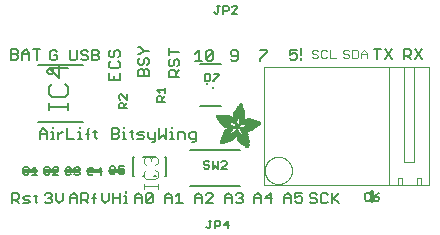
<source format=gbr>
G04 EAGLE Gerber RS-274X export*
G75*
%MOMM*%
%FSLAX34Y34*%
%LPD*%
%INSilkscreen Top*%
%IPPOS*%
%AMOC8*
5,1,8,0,0,1.08239X$1,22.5*%
G01*
%ADD10C,0.127000*%
%ADD11C,0.101600*%
%ADD12C,0.152400*%
%ADD13C,0.100000*%
%ADD14C,0.203200*%
%ADD15C,0.304800*%
%ADD16R,0.050800X0.006300*%
%ADD17R,0.082600X0.006400*%
%ADD18R,0.120600X0.006300*%
%ADD19R,0.139700X0.006400*%
%ADD20R,0.158800X0.006300*%
%ADD21R,0.177800X0.006400*%
%ADD22R,0.196800X0.006300*%
%ADD23R,0.215900X0.006400*%
%ADD24R,0.228600X0.006300*%
%ADD25R,0.241300X0.006400*%
%ADD26R,0.254000X0.006300*%
%ADD27R,0.266700X0.006400*%
%ADD28R,0.279400X0.006300*%
%ADD29R,0.285700X0.006400*%
%ADD30R,0.298400X0.006300*%
%ADD31R,0.311200X0.006400*%
%ADD32R,0.317500X0.006300*%
%ADD33R,0.330200X0.006400*%
%ADD34R,0.336600X0.006300*%
%ADD35R,0.349200X0.006400*%
%ADD36R,0.361900X0.006300*%
%ADD37R,0.368300X0.006400*%
%ADD38R,0.381000X0.006300*%
%ADD39R,0.387300X0.006400*%
%ADD40R,0.393700X0.006300*%
%ADD41R,0.406400X0.006400*%
%ADD42R,0.412700X0.006300*%
%ADD43R,0.419100X0.006400*%
%ADD44R,0.431800X0.006300*%
%ADD45R,0.438100X0.006400*%
%ADD46R,0.450800X0.006300*%
%ADD47R,0.457200X0.006400*%
%ADD48R,0.463500X0.006300*%
%ADD49R,0.476200X0.006400*%
%ADD50R,0.482600X0.006300*%
%ADD51R,0.488900X0.006400*%
%ADD52R,0.501600X0.006300*%
%ADD53R,0.508000X0.006400*%
%ADD54R,0.514300X0.006300*%
%ADD55R,0.527000X0.006400*%
%ADD56R,0.533400X0.006300*%
%ADD57R,0.546100X0.006400*%
%ADD58R,0.552400X0.006300*%
%ADD59R,0.558800X0.006400*%
%ADD60R,0.571500X0.006300*%
%ADD61R,0.577800X0.006400*%
%ADD62R,0.584200X0.006300*%
%ADD63R,0.596900X0.006400*%
%ADD64R,0.603200X0.006300*%
%ADD65R,0.609600X0.006400*%
%ADD66R,0.622300X0.006300*%
%ADD67R,0.628600X0.006400*%
%ADD68R,0.641300X0.006300*%
%ADD69R,0.647700X0.006400*%
%ADD70R,0.063500X0.006300*%
%ADD71R,0.654000X0.006300*%
%ADD72R,0.101600X0.006400*%
%ADD73R,0.666700X0.006400*%
%ADD74R,0.139700X0.006300*%
%ADD75R,0.673100X0.006300*%
%ADD76R,0.165100X0.006400*%
%ADD77R,0.679400X0.006400*%
%ADD78R,0.196900X0.006300*%
%ADD79R,0.692100X0.006300*%
%ADD80R,0.222200X0.006400*%
%ADD81R,0.698500X0.006400*%
%ADD82R,0.247700X0.006300*%
%ADD83R,0.704800X0.006300*%
%ADD84R,0.279400X0.006400*%
%ADD85R,0.717500X0.006400*%
%ADD86R,0.298500X0.006300*%
%ADD87R,0.723900X0.006300*%
%ADD88R,0.736600X0.006400*%
%ADD89R,0.342900X0.006300*%
%ADD90R,0.742900X0.006300*%
%ADD91R,0.374700X0.006400*%
%ADD92R,0.749300X0.006400*%
%ADD93R,0.762000X0.006300*%
%ADD94R,0.412700X0.006400*%
%ADD95R,0.768300X0.006400*%
%ADD96R,0.438100X0.006300*%
%ADD97R,0.774700X0.006300*%
%ADD98R,0.463600X0.006400*%
%ADD99R,0.787400X0.006400*%
%ADD100R,0.793700X0.006300*%
%ADD101R,0.495300X0.006400*%
%ADD102R,0.800100X0.006400*%
%ADD103R,0.520700X0.006300*%
%ADD104R,0.812800X0.006300*%
%ADD105R,0.533400X0.006400*%
%ADD106R,0.819100X0.006400*%
%ADD107R,0.558800X0.006300*%
%ADD108R,0.825500X0.006300*%
%ADD109R,0.577900X0.006400*%
%ADD110R,0.831800X0.006400*%
%ADD111R,0.596900X0.006300*%
%ADD112R,0.844500X0.006300*%
%ADD113R,0.616000X0.006400*%
%ADD114R,0.850900X0.006400*%
%ADD115R,0.635000X0.006300*%
%ADD116R,0.857200X0.006300*%
%ADD117R,0.654100X0.006400*%
%ADD118R,0.863600X0.006400*%
%ADD119R,0.666700X0.006300*%
%ADD120R,0.869900X0.006300*%
%ADD121R,0.685800X0.006400*%
%ADD122R,0.876300X0.006400*%
%ADD123R,0.882600X0.006300*%
%ADD124R,0.723900X0.006400*%
%ADD125R,0.889000X0.006400*%
%ADD126R,0.895300X0.006300*%
%ADD127R,0.755700X0.006400*%
%ADD128R,0.901700X0.006400*%
%ADD129R,0.908000X0.006300*%
%ADD130R,0.793800X0.006400*%
%ADD131R,0.914400X0.006400*%
%ADD132R,0.806400X0.006300*%
%ADD133R,0.920700X0.006300*%
%ADD134R,0.825500X0.006400*%
%ADD135R,0.927100X0.006400*%
%ADD136R,0.933400X0.006300*%
%ADD137R,0.857300X0.006400*%
%ADD138R,0.939800X0.006400*%
%ADD139R,0.870000X0.006300*%
%ADD140R,0.939800X0.006300*%
%ADD141R,0.946100X0.006400*%
%ADD142R,0.952500X0.006300*%
%ADD143R,0.908000X0.006400*%
%ADD144R,0.958800X0.006400*%
%ADD145R,0.965200X0.006300*%
%ADD146R,0.965200X0.006400*%
%ADD147R,0.971500X0.006300*%
%ADD148R,0.952500X0.006400*%
%ADD149R,0.977900X0.006400*%
%ADD150R,0.958800X0.006300*%
%ADD151R,0.984200X0.006300*%
%ADD152R,0.971500X0.006400*%
%ADD153R,0.984200X0.006400*%
%ADD154R,0.990600X0.006300*%
%ADD155R,0.984300X0.006400*%
%ADD156R,0.996900X0.006400*%
%ADD157R,0.997000X0.006300*%
%ADD158R,0.996900X0.006300*%
%ADD159R,1.003300X0.006400*%
%ADD160R,1.016000X0.006300*%
%ADD161R,1.009600X0.006300*%
%ADD162R,1.016000X0.006400*%
%ADD163R,1.009600X0.006400*%
%ADD164R,1.022300X0.006300*%
%ADD165R,1.028700X0.006400*%
%ADD166R,1.035100X0.006300*%
%ADD167R,1.047800X0.006400*%
%ADD168R,1.054100X0.006300*%
%ADD169R,1.028700X0.006300*%
%ADD170R,1.054100X0.006400*%
%ADD171R,1.035000X0.006400*%
%ADD172R,1.060400X0.006300*%
%ADD173R,1.035000X0.006300*%
%ADD174R,1.060500X0.006400*%
%ADD175R,1.041400X0.006400*%
%ADD176R,1.066800X0.006300*%
%ADD177R,1.041400X0.006300*%
%ADD178R,1.079500X0.006400*%
%ADD179R,1.047700X0.006400*%
%ADD180R,1.085900X0.006300*%
%ADD181R,1.047700X0.006300*%
%ADD182R,1.085800X0.006400*%
%ADD183R,1.092200X0.006300*%
%ADD184R,1.085900X0.006400*%
%ADD185R,1.098600X0.006300*%
%ADD186R,1.098600X0.006400*%
%ADD187R,1.060400X0.006400*%
%ADD188R,1.104900X0.006300*%
%ADD189R,1.104900X0.006400*%
%ADD190R,1.066800X0.006400*%
%ADD191R,1.111200X0.006300*%
%ADD192R,1.117600X0.006400*%
%ADD193R,1.117600X0.006300*%
%ADD194R,1.073100X0.006300*%
%ADD195R,1.073100X0.006400*%
%ADD196R,1.124000X0.006300*%
%ADD197R,1.079500X0.006300*%
%ADD198R,1.123900X0.006400*%
%ADD199R,1.130300X0.006300*%
%ADD200R,1.130300X0.006400*%
%ADD201R,1.136700X0.006400*%
%ADD202R,1.136700X0.006300*%
%ADD203R,1.085800X0.006300*%
%ADD204R,1.136600X0.006400*%
%ADD205R,1.136600X0.006300*%
%ADD206R,1.143000X0.006400*%
%ADD207R,1.143000X0.006300*%
%ADD208R,1.149400X0.006300*%
%ADD209R,1.149300X0.006300*%
%ADD210R,1.149300X0.006400*%
%ADD211R,1.149400X0.006400*%
%ADD212R,1.155700X0.006400*%
%ADD213R,1.155700X0.006300*%
%ADD214R,1.060500X0.006300*%
%ADD215R,2.197100X0.006400*%
%ADD216R,2.197100X0.006300*%
%ADD217R,2.184400X0.006300*%
%ADD218R,2.184400X0.006400*%
%ADD219R,2.171700X0.006400*%
%ADD220R,2.171700X0.006300*%
%ADD221R,1.530300X0.006400*%
%ADD222R,1.505000X0.006300*%
%ADD223R,1.492300X0.006400*%
%ADD224R,1.485900X0.006300*%
%ADD225R,0.565200X0.006300*%
%ADD226R,1.473200X0.006400*%
%ADD227R,0.565200X0.006400*%
%ADD228R,1.460500X0.006300*%
%ADD229R,1.454100X0.006400*%
%ADD230R,0.552400X0.006400*%
%ADD231R,1.441500X0.006300*%
%ADD232R,0.546100X0.006300*%
%ADD233R,1.435100X0.006400*%
%ADD234R,0.539800X0.006400*%
%ADD235R,1.428800X0.006300*%
%ADD236R,1.422400X0.006400*%
%ADD237R,1.409700X0.006300*%
%ADD238R,0.527100X0.006300*%
%ADD239R,1.403300X0.006400*%
%ADD240R,0.527100X0.006400*%
%ADD241R,1.390700X0.006300*%
%ADD242R,1.384300X0.006400*%
%ADD243R,0.520700X0.006400*%
%ADD244R,1.384300X0.006300*%
%ADD245R,0.514400X0.006300*%
%ADD246R,1.371600X0.006400*%
%ADD247R,1.365200X0.006300*%
%ADD248R,0.508000X0.006300*%
%ADD249R,1.352600X0.006400*%
%ADD250R,0.501700X0.006400*%
%ADD251R,0.711200X0.006300*%
%ADD252R,0.603300X0.006300*%
%ADD253R,0.501700X0.006300*%
%ADD254R,0.692100X0.006400*%
%ADD255R,0.571500X0.006400*%
%ADD256R,0.679400X0.006300*%
%ADD257R,0.495300X0.006300*%
%ADD258R,0.673100X0.006400*%
%ADD259R,0.666800X0.006300*%
%ADD260R,0.488900X0.006300*%
%ADD261R,0.660400X0.006400*%
%ADD262R,0.482600X0.006400*%
%ADD263R,0.476200X0.006300*%
%ADD264R,0.654000X0.006400*%
%ADD265R,0.469900X0.006400*%
%ADD266R,0.476300X0.006400*%
%ADD267R,0.647700X0.006300*%
%ADD268R,0.457200X0.006300*%
%ADD269R,0.469900X0.006300*%
%ADD270R,0.641300X0.006400*%
%ADD271R,0.444500X0.006400*%
%ADD272R,0.463600X0.006300*%
%ADD273R,0.635000X0.006400*%
%ADD274R,0.463500X0.006400*%
%ADD275R,0.393700X0.006400*%
%ADD276R,0.450800X0.006400*%
%ADD277R,0.628600X0.006300*%
%ADD278R,0.387400X0.006300*%
%ADD279R,0.450900X0.006300*%
%ADD280R,0.628700X0.006400*%
%ADD281R,0.374600X0.006400*%
%ADD282R,0.368300X0.006300*%
%ADD283R,0.438200X0.006300*%
%ADD284R,0.622300X0.006400*%
%ADD285R,0.355600X0.006400*%
%ADD286R,0.431800X0.006400*%
%ADD287R,0.349300X0.006300*%
%ADD288R,0.425400X0.006300*%
%ADD289R,0.615900X0.006300*%
%ADD290R,0.330200X0.006300*%
%ADD291R,0.419100X0.006300*%
%ADD292R,0.616000X0.006300*%
%ADD293R,0.311200X0.006300*%
%ADD294R,0.406400X0.006300*%
%ADD295R,0.615900X0.006400*%
%ADD296R,0.304800X0.006400*%
%ADD297R,0.158800X0.006400*%
%ADD298R,0.609600X0.006300*%
%ADD299R,0.292100X0.006300*%
%ADD300R,0.235000X0.006300*%
%ADD301R,0.387400X0.006400*%
%ADD302R,0.292100X0.006400*%
%ADD303R,0.336500X0.006300*%
%ADD304R,0.260400X0.006300*%
%ADD305R,0.603300X0.006400*%
%ADD306R,0.260400X0.006400*%
%ADD307R,0.362000X0.006400*%
%ADD308R,0.450900X0.006400*%
%ADD309R,0.355600X0.006300*%
%ADD310R,0.342900X0.006400*%
%ADD311R,0.514300X0.006400*%
%ADD312R,0.234900X0.006300*%
%ADD313R,0.539700X0.006300*%
%ADD314R,0.603200X0.006400*%
%ADD315R,0.234900X0.006400*%
%ADD316R,0.920700X0.006400*%
%ADD317R,0.958900X0.006400*%
%ADD318R,0.215900X0.006300*%
%ADD319R,0.209600X0.006400*%
%ADD320R,0.203200X0.006300*%
%ADD321R,1.003300X0.006300*%
%ADD322R,0.203200X0.006400*%
%ADD323R,0.196900X0.006400*%
%ADD324R,0.190500X0.006300*%
%ADD325R,0.190500X0.006400*%
%ADD326R,0.184200X0.006300*%
%ADD327R,0.590500X0.006400*%
%ADD328R,0.184200X0.006400*%
%ADD329R,0.590500X0.006300*%
%ADD330R,0.177800X0.006300*%
%ADD331R,0.584200X0.006400*%
%ADD332R,1.168400X0.006400*%
%ADD333R,0.171500X0.006300*%
%ADD334R,1.187500X0.006300*%
%ADD335R,1.200100X0.006400*%
%ADD336R,0.577800X0.006300*%
%ADD337R,1.212900X0.006300*%
%ADD338R,1.231900X0.006400*%
%ADD339R,1.250900X0.006300*%
%ADD340R,0.565100X0.006400*%
%ADD341R,0.184100X0.006400*%
%ADD342R,1.263700X0.006400*%
%ADD343R,0.565100X0.006300*%
%ADD344R,1.289100X0.006300*%
%ADD345R,1.314400X0.006400*%
%ADD346R,0.552500X0.006300*%
%ADD347R,1.568500X0.006300*%
%ADD348R,0.552500X0.006400*%
%ADD349R,1.581200X0.006400*%
%ADD350R,1.593800X0.006300*%
%ADD351R,1.606500X0.006400*%
%ADD352R,1.619300X0.006300*%
%ADD353R,0.514400X0.006400*%
%ADD354R,1.638300X0.006400*%
%ADD355R,1.657300X0.006300*%
%ADD356R,2.209800X0.006400*%
%ADD357R,2.425700X0.006300*%
%ADD358R,2.470100X0.006400*%
%ADD359R,2.501900X0.006300*%
%ADD360R,2.533700X0.006400*%
%ADD361R,2.559000X0.006300*%
%ADD362R,2.584500X0.006400*%
%ADD363R,2.609900X0.006300*%
%ADD364R,2.628900X0.006400*%
%ADD365R,2.660600X0.006300*%
%ADD366R,2.673400X0.006400*%
%ADD367R,1.422400X0.006300*%
%ADD368R,1.200200X0.006300*%
%ADD369R,1.365300X0.006300*%
%ADD370R,1.365300X0.006400*%
%ADD371R,1.352500X0.006300*%
%ADD372R,1.098500X0.006300*%
%ADD373R,1.358900X0.006400*%
%ADD374R,1.352600X0.006300*%
%ADD375R,1.358900X0.006300*%
%ADD376R,1.371600X0.006300*%
%ADD377R,1.377900X0.006400*%
%ADD378R,1.397000X0.006400*%
%ADD379R,1.403300X0.006300*%
%ADD380R,0.914400X0.006300*%
%ADD381R,0.876300X0.006300*%
%ADD382R,0.374600X0.006300*%
%ADD383R,1.073200X0.006400*%
%ADD384R,0.374700X0.006300*%
%ADD385R,0.844600X0.006400*%
%ADD386R,0.844600X0.006300*%
%ADD387R,0.831900X0.006400*%
%ADD388R,1.092200X0.006400*%
%ADD389R,0.400000X0.006300*%
%ADD390R,0.819200X0.006400*%
%ADD391R,1.111300X0.006400*%
%ADD392R,0.812800X0.006400*%
%ADD393R,0.800100X0.006300*%
%ADD394R,0.476300X0.006300*%
%ADD395R,1.181100X0.006300*%
%ADD396R,0.501600X0.006400*%
%ADD397R,1.193800X0.006400*%
%ADD398R,0.781000X0.006400*%
%ADD399R,1.238200X0.006400*%
%ADD400R,0.781100X0.006300*%
%ADD401R,1.257300X0.006300*%
%ADD402R,1.295400X0.006400*%
%ADD403R,1.333500X0.006300*%
%ADD404R,0.774700X0.006400*%
%ADD405R,1.866900X0.006400*%
%ADD406R,0.209600X0.006300*%
%ADD407R,1.866900X0.006300*%
%ADD408R,0.768400X0.006400*%
%ADD409R,0.209500X0.006400*%
%ADD410R,1.860600X0.006400*%
%ADD411R,0.762000X0.006400*%
%ADD412R,0.768400X0.006300*%
%ADD413R,1.860600X0.006300*%
%ADD414R,1.860500X0.006400*%
%ADD415R,0.222300X0.006300*%
%ADD416R,1.854200X0.006300*%
%ADD417R,0.235000X0.006400*%
%ADD418R,1.854200X0.006400*%
%ADD419R,0.768300X0.006300*%
%ADD420R,0.260300X0.006400*%
%ADD421R,1.847800X0.006400*%
%ADD422R,0.266700X0.006300*%
%ADD423R,1.847800X0.006300*%
%ADD424R,0.273100X0.006400*%
%ADD425R,1.841500X0.006400*%
%ADD426R,0.285800X0.006300*%
%ADD427R,1.841500X0.006300*%
%ADD428R,0.298500X0.006400*%
%ADD429R,1.835100X0.006400*%
%ADD430R,0.781000X0.006300*%
%ADD431R,0.304800X0.006300*%
%ADD432R,1.835100X0.006300*%
%ADD433R,0.317500X0.006400*%
%ADD434R,1.828800X0.006400*%
%ADD435R,0.787400X0.006300*%
%ADD436R,0.323800X0.006300*%
%ADD437R,1.828800X0.006300*%
%ADD438R,0.793700X0.006400*%
%ADD439R,1.822400X0.006400*%
%ADD440R,0.806500X0.006300*%
%ADD441R,1.822400X0.006300*%
%ADD442R,1.816100X0.006400*%
%ADD443R,0.819100X0.006300*%
%ADD444R,0.387300X0.006300*%
%ADD445R,1.816100X0.006300*%
%ADD446R,1.809800X0.006400*%
%ADD447R,1.803400X0.006300*%
%ADD448R,1.797000X0.006400*%
%ADD449R,0.901700X0.006300*%
%ADD450R,1.797000X0.006300*%
%ADD451R,1.441400X0.006400*%
%ADD452R,1.790700X0.006400*%
%ADD453R,1.447800X0.006300*%
%ADD454R,1.784300X0.006300*%
%ADD455R,1.447800X0.006400*%
%ADD456R,1.784300X0.006400*%
%ADD457R,1.454100X0.006300*%
%ADD458R,1.771700X0.006300*%
%ADD459R,1.460500X0.006400*%
%ADD460R,1.759000X0.006400*%
%ADD461R,1.466800X0.006300*%
%ADD462R,1.752600X0.006300*%
%ADD463R,1.466800X0.006400*%
%ADD464R,1.739900X0.006400*%
%ADD465R,1.473200X0.006300*%
%ADD466R,1.727200X0.006300*%
%ADD467R,1.479500X0.006400*%
%ADD468R,1.714500X0.006400*%
%ADD469R,1.695400X0.006300*%
%ADD470R,1.485900X0.006400*%
%ADD471R,1.682700X0.006400*%
%ADD472R,1.492200X0.006300*%
%ADD473R,1.663700X0.006300*%
%ADD474R,1.498600X0.006400*%
%ADD475R,1.644600X0.006400*%
%ADD476R,1.498600X0.006300*%
%ADD477R,1.619200X0.006300*%
%ADD478R,1.511300X0.006400*%
%ADD479R,1.600200X0.006400*%
%ADD480R,1.517700X0.006300*%
%ADD481R,1.574800X0.006300*%
%ADD482R,1.524000X0.006400*%
%ADD483R,1.555800X0.006400*%
%ADD484R,1.524000X0.006300*%
%ADD485R,1.536700X0.006300*%
%ADD486R,1.530400X0.006400*%
%ADD487R,1.517700X0.006400*%
%ADD488R,1.492300X0.006300*%
%ADD489R,1.549400X0.006400*%
%ADD490R,1.479600X0.006400*%
%ADD491R,1.549400X0.006300*%
%ADD492R,1.555700X0.006400*%
%ADD493R,1.562100X0.006300*%
%ADD494R,0.323900X0.006300*%
%ADD495R,1.568400X0.006400*%
%ADD496R,0.336600X0.006400*%
%ADD497R,1.587500X0.006300*%
%ADD498R,0.971600X0.006300*%
%ADD499R,0.349300X0.006400*%
%ADD500R,1.600200X0.006300*%
%ADD501R,0.920800X0.006300*%
%ADD502R,0.882700X0.006400*%
%ADD503R,1.612900X0.006300*%
%ADD504R,0.362000X0.006300*%
%ADD505R,1.625600X0.006400*%
%ADD506R,1.625600X0.006300*%
%ADD507R,1.644600X0.006300*%
%ADD508R,0.736600X0.006300*%
%ADD509R,0.717600X0.006400*%
%ADD510R,1.657400X0.006300*%
%ADD511R,0.679500X0.006300*%
%ADD512R,1.663700X0.006400*%
%ADD513R,0.400000X0.006400*%
%ADD514R,1.676400X0.006300*%
%ADD515R,1.676400X0.006400*%
%ADD516R,0.425500X0.006400*%
%ADD517R,1.352500X0.006400*%
%ADD518R,0.444500X0.006300*%
%ADD519R,0.361900X0.006400*%
%ADD520R,0.088900X0.006300*%
%ADD521R,1.009700X0.006300*%
%ADD522R,1.009700X0.006400*%
%ADD523R,1.022300X0.006400*%
%ADD524R,1.346200X0.006400*%
%ADD525R,1.346200X0.006300*%
%ADD526R,1.339900X0.006400*%
%ADD527R,1.035100X0.006400*%
%ADD528R,1.339800X0.006300*%
%ADD529R,1.333500X0.006400*%
%ADD530R,1.327200X0.006400*%
%ADD531R,1.320800X0.006300*%
%ADD532R,1.314500X0.006400*%
%ADD533R,1.314400X0.006300*%
%ADD534R,1.301700X0.006400*%
%ADD535R,1.295400X0.006300*%
%ADD536R,1.289000X0.006400*%
%ADD537R,1.276300X0.006300*%
%ADD538R,1.251000X0.006300*%
%ADD539R,1.244600X0.006400*%
%ADD540R,1.231900X0.006300*%
%ADD541R,1.212800X0.006400*%
%ADD542R,1.200100X0.006300*%
%ADD543R,1.187400X0.006400*%
%ADD544R,1.168400X0.006300*%
%ADD545R,1.047800X0.006300*%
%ADD546R,0.977900X0.006300*%
%ADD547R,0.946200X0.006400*%
%ADD548R,0.933400X0.006400*%
%ADD549R,0.895300X0.006400*%
%ADD550R,0.882700X0.006300*%
%ADD551R,0.863600X0.006300*%
%ADD552R,0.857200X0.006400*%
%ADD553R,0.850900X0.006300*%
%ADD554R,0.838200X0.006300*%
%ADD555R,0.806500X0.006400*%
%ADD556R,0.717600X0.006300*%
%ADD557R,0.711200X0.006400*%
%ADD558R,0.641400X0.006400*%
%ADD559R,0.641400X0.006300*%
%ADD560R,0.628700X0.006300*%
%ADD561R,0.590600X0.006300*%
%ADD562R,0.539700X0.006400*%
%ADD563R,0.285700X0.006300*%
%ADD564R,0.222200X0.006300*%
%ADD565R,0.171400X0.006300*%
%ADD566R,0.152400X0.006400*%
%ADD567R,0.133400X0.006300*%
%ADD568R,0.250000X0.250000*%


D10*
X187727Y145628D02*
X189210Y144145D01*
X192176Y144145D01*
X193659Y145628D01*
X193659Y151560D01*
X192176Y153043D01*
X189210Y153043D01*
X187727Y151560D01*
X187727Y150077D01*
X189210Y148594D01*
X193659Y148594D01*
X40857Y152068D02*
X39374Y153551D01*
X36408Y153551D01*
X34925Y152068D01*
X34925Y146136D01*
X36408Y144653D01*
X39374Y144653D01*
X40857Y146136D01*
X40857Y149102D01*
X37891Y149102D01*
X1905Y145161D02*
X1905Y154059D01*
X6354Y154059D01*
X7837Y152576D01*
X7837Y151093D01*
X6354Y149610D01*
X7837Y148127D01*
X7837Y146644D01*
X6354Y145161D01*
X1905Y145161D01*
X1905Y149610D02*
X6354Y149610D01*
X11260Y151093D02*
X11260Y145161D01*
X11260Y151093D02*
X14226Y154059D01*
X17192Y151093D01*
X17192Y145161D01*
X17192Y149610D02*
X11260Y149610D01*
X23581Y145161D02*
X23581Y154059D01*
X20615Y154059D02*
X26547Y154059D01*
X51435Y153551D02*
X51435Y146136D01*
X52918Y144653D01*
X55884Y144653D01*
X57367Y146136D01*
X57367Y153551D01*
X65239Y153551D02*
X66722Y152068D01*
X65239Y153551D02*
X62273Y153551D01*
X60790Y152068D01*
X60790Y150585D01*
X62273Y149102D01*
X65239Y149102D01*
X66722Y147619D01*
X66722Y146136D01*
X65239Y144653D01*
X62273Y144653D01*
X60790Y146136D01*
X70145Y144653D02*
X70145Y153551D01*
X74594Y153551D01*
X76077Y152068D01*
X76077Y150585D01*
X74594Y149102D01*
X76077Y147619D01*
X76077Y146136D01*
X74594Y144653D01*
X70145Y144653D01*
X70145Y149102D02*
X74594Y149102D01*
X84701Y134329D02*
X84701Y128397D01*
X93599Y128397D01*
X93599Y134329D01*
X89150Y131363D02*
X89150Y128397D01*
X84701Y142201D02*
X86184Y143684D01*
X84701Y142201D02*
X84701Y139235D01*
X86184Y137752D01*
X92116Y137752D01*
X93599Y139235D01*
X93599Y142201D01*
X92116Y143684D01*
X84701Y151556D02*
X86184Y153039D01*
X84701Y151556D02*
X84701Y148590D01*
X86184Y147107D01*
X87667Y147107D01*
X89150Y148590D01*
X89150Y151556D01*
X90633Y153039D01*
X92116Y153039D01*
X93599Y151556D01*
X93599Y148590D01*
X92116Y147107D01*
X109593Y131191D02*
X118491Y131191D01*
X109593Y131191D02*
X109593Y135640D01*
X111076Y137123D01*
X112559Y137123D01*
X114042Y135640D01*
X115525Y137123D01*
X117008Y137123D01*
X118491Y135640D01*
X118491Y131191D01*
X114042Y131191D02*
X114042Y135640D01*
X109593Y144995D02*
X111076Y146478D01*
X109593Y144995D02*
X109593Y142029D01*
X111076Y140546D01*
X112559Y140546D01*
X114042Y142029D01*
X114042Y144995D01*
X115525Y146478D01*
X117008Y146478D01*
X118491Y144995D01*
X118491Y142029D01*
X117008Y140546D01*
X111076Y149901D02*
X109593Y149901D01*
X111076Y149901D02*
X114042Y152867D01*
X111076Y155833D01*
X109593Y155833D01*
X114042Y152867D02*
X118491Y152867D01*
X135247Y130175D02*
X144145Y130175D01*
X135247Y130175D02*
X135247Y134624D01*
X136730Y136107D01*
X139696Y136107D01*
X141179Y134624D01*
X141179Y130175D01*
X141179Y133141D02*
X144145Y136107D01*
X135247Y143979D02*
X136730Y145462D01*
X135247Y143979D02*
X135247Y141013D01*
X136730Y139530D01*
X138213Y139530D01*
X139696Y141013D01*
X139696Y143979D01*
X141179Y145462D01*
X142662Y145462D01*
X144145Y143979D01*
X144145Y141013D01*
X142662Y139530D01*
X144145Y151851D02*
X135247Y151851D01*
X135247Y148885D02*
X135247Y154817D01*
X212725Y153043D02*
X218657Y153043D01*
X218657Y151560D01*
X212725Y145628D01*
X212725Y144145D01*
X237617Y153805D02*
X243549Y153805D01*
X237617Y153805D02*
X237617Y149356D01*
X240583Y150839D01*
X242066Y150839D01*
X243549Y149356D01*
X243549Y146390D01*
X242066Y144907D01*
X239100Y144907D01*
X237617Y146390D01*
X246972Y146390D02*
X246972Y144907D01*
X246972Y149356D02*
X246972Y155288D01*
D11*
X260353Y153422D02*
X261539Y152236D01*
X260353Y153422D02*
X257980Y153422D01*
X256794Y152236D01*
X256794Y151049D01*
X257980Y149863D01*
X260353Y149863D01*
X261539Y148677D01*
X261539Y147490D01*
X260353Y146304D01*
X257980Y146304D01*
X256794Y147490D01*
X267837Y153422D02*
X269024Y152236D01*
X267837Y153422D02*
X265465Y153422D01*
X264278Y152236D01*
X264278Y147490D01*
X265465Y146304D01*
X267837Y146304D01*
X269024Y147490D01*
X271762Y146304D02*
X271762Y153422D01*
X271762Y146304D02*
X276508Y146304D01*
X286769Y153422D02*
X287955Y152236D01*
X286769Y153422D02*
X284396Y153422D01*
X283210Y152236D01*
X283210Y151049D01*
X284396Y149863D01*
X286769Y149863D01*
X287955Y148677D01*
X287955Y147490D01*
X286769Y146304D01*
X284396Y146304D01*
X283210Y147490D01*
X290694Y146304D02*
X290694Y153422D01*
X290694Y146304D02*
X294253Y146304D01*
X295440Y147490D01*
X295440Y152236D01*
X294253Y153422D01*
X290694Y153422D01*
X298178Y151049D02*
X298178Y146304D01*
X298178Y151049D02*
X300551Y153422D01*
X302924Y151049D01*
X302924Y146304D01*
X302924Y149863D02*
X298178Y149863D01*
D10*
X2358Y32393D02*
X2358Y23495D01*
X2358Y32393D02*
X6807Y32393D01*
X8290Y30910D01*
X8290Y27944D01*
X6807Y26461D01*
X2358Y26461D01*
X5324Y26461D02*
X8290Y23495D01*
X11713Y23495D02*
X16162Y23495D01*
X17645Y24978D01*
X16162Y26461D01*
X13196Y26461D01*
X11713Y27944D01*
X13196Y29427D01*
X17645Y29427D01*
X22551Y30910D02*
X22551Y24978D01*
X24034Y23495D01*
X24034Y29427D02*
X21068Y29427D01*
X30185Y30910D02*
X31668Y32393D01*
X34633Y32393D01*
X36116Y30910D01*
X36116Y29427D01*
X34633Y27944D01*
X33150Y27944D01*
X34633Y27944D02*
X36116Y26461D01*
X36116Y24978D01*
X34633Y23495D01*
X31668Y23495D01*
X30185Y24978D01*
X39540Y26461D02*
X39540Y32393D01*
X39540Y26461D02*
X42506Y23495D01*
X45472Y26461D01*
X45472Y32393D01*
X51888Y29427D02*
X51888Y23495D01*
X51888Y29427D02*
X54854Y32393D01*
X57820Y29427D01*
X57820Y23495D01*
X57820Y27944D02*
X51888Y27944D01*
X61243Y23495D02*
X61243Y32393D01*
X65692Y32393D01*
X67175Y30910D01*
X67175Y27944D01*
X65692Y26461D01*
X61243Y26461D01*
X64209Y26461D02*
X67175Y23495D01*
X72081Y23495D02*
X72081Y30910D01*
X73564Y32393D01*
X73564Y27944D02*
X70598Y27944D01*
X78558Y26461D02*
X78558Y32393D01*
X78558Y26461D02*
X81524Y23495D01*
X84490Y26461D01*
X84490Y32393D01*
X87913Y32393D02*
X87913Y23495D01*
X87913Y27944D02*
X93845Y27944D01*
X93845Y32393D02*
X93845Y23495D01*
X97268Y29427D02*
X98751Y29427D01*
X98751Y23495D01*
X97268Y23495D02*
X100234Y23495D01*
X98751Y32393D02*
X98751Y33876D01*
X106385Y29427D02*
X106385Y23495D01*
X106385Y29427D02*
X109350Y32393D01*
X112316Y29427D01*
X112316Y23495D01*
X112316Y27944D02*
X106385Y27944D01*
X115740Y24978D02*
X115740Y30910D01*
X117223Y32393D01*
X120189Y32393D01*
X121672Y30910D01*
X121672Y24978D01*
X120189Y23495D01*
X117223Y23495D01*
X115740Y24978D01*
X121672Y30910D01*
X157185Y29427D02*
X157185Y23495D01*
X157185Y29427D02*
X160150Y32393D01*
X163116Y29427D01*
X163116Y23495D01*
X163116Y27944D02*
X157185Y27944D01*
X166540Y23495D02*
X172472Y23495D01*
X166540Y23495D02*
X172472Y29427D01*
X172472Y30910D01*
X170989Y32393D01*
X168023Y32393D01*
X166540Y30910D01*
X131785Y29427D02*
X131785Y23495D01*
X131785Y29427D02*
X134750Y32393D01*
X137716Y29427D01*
X137716Y23495D01*
X137716Y27944D02*
X131785Y27944D01*
X141140Y29427D02*
X144106Y32393D01*
X144106Y23495D01*
X141140Y23495D02*
X147072Y23495D01*
X182585Y23622D02*
X182585Y29554D01*
X185550Y32520D01*
X188516Y29554D01*
X188516Y23622D01*
X188516Y28071D02*
X182585Y28071D01*
X191940Y31037D02*
X193423Y32520D01*
X196389Y32520D01*
X197872Y31037D01*
X197872Y29554D01*
X196389Y28071D01*
X194906Y28071D01*
X196389Y28071D02*
X197872Y26588D01*
X197872Y25105D01*
X196389Y23622D01*
X193423Y23622D01*
X191940Y25105D01*
X207731Y23495D02*
X207731Y29427D01*
X210696Y32393D01*
X213662Y29427D01*
X213662Y23495D01*
X213662Y27944D02*
X207731Y27944D01*
X221535Y23495D02*
X221535Y32393D01*
X217086Y27944D01*
X223018Y27944D01*
X233131Y29681D02*
X233131Y23749D01*
X233131Y29681D02*
X236096Y32647D01*
X239062Y29681D01*
X239062Y23749D01*
X239062Y28198D02*
X233131Y28198D01*
X242486Y32647D02*
X248418Y32647D01*
X242486Y32647D02*
X242486Y28198D01*
X245452Y29681D01*
X246935Y29681D01*
X248418Y28198D01*
X248418Y25232D01*
X246935Y23749D01*
X243969Y23749D01*
X242486Y25232D01*
X258958Y32393D02*
X260441Y30910D01*
X258958Y32393D02*
X255992Y32393D01*
X254509Y30910D01*
X254509Y29427D01*
X255992Y27944D01*
X258958Y27944D01*
X260441Y26461D01*
X260441Y24978D01*
X258958Y23495D01*
X255992Y23495D01*
X254509Y24978D01*
X268313Y32393D02*
X269796Y30910D01*
X268313Y32393D02*
X265348Y32393D01*
X263865Y30910D01*
X263865Y24978D01*
X265348Y23495D01*
X268313Y23495D01*
X269796Y24978D01*
X273220Y23495D02*
X273220Y32393D01*
X273220Y26461D02*
X279152Y32393D01*
X274703Y27944D02*
X279152Y23495D01*
X157650Y150077D02*
X160616Y153043D01*
X160616Y144145D01*
X157650Y144145D02*
X163582Y144145D01*
X167005Y145628D02*
X167005Y151560D01*
X168488Y153043D01*
X171454Y153043D01*
X172937Y151560D01*
X172937Y145628D01*
X171454Y144145D01*
X168488Y144145D01*
X167005Y145628D01*
X172937Y151560D01*
X334180Y154313D02*
X334180Y145415D01*
X334180Y154313D02*
X338629Y154313D01*
X340112Y152830D01*
X340112Y149864D01*
X338629Y148381D01*
X334180Y148381D01*
X337146Y148381D02*
X340112Y145415D01*
X349467Y145415D02*
X343535Y154313D01*
X349467Y154313D02*
X343535Y145415D01*
X311746Y145415D02*
X311746Y154313D01*
X308780Y154313D02*
X314712Y154313D01*
X318135Y154313D02*
X324067Y145415D01*
X318135Y145415D02*
X324067Y154313D01*
X26035Y84037D02*
X26035Y78105D01*
X26035Y84037D02*
X29001Y87003D01*
X31967Y84037D01*
X31967Y78105D01*
X31967Y82554D02*
X26035Y82554D01*
X35390Y84037D02*
X36873Y84037D01*
X36873Y78105D01*
X35390Y78105D02*
X38356Y78105D01*
X36873Y87003D02*
X36873Y88486D01*
X41627Y84037D02*
X41627Y78105D01*
X41627Y81071D02*
X44593Y84037D01*
X46076Y84037D01*
X49423Y87003D02*
X49423Y78105D01*
X55355Y78105D01*
X58778Y84037D02*
X60261Y84037D01*
X60261Y78105D01*
X58778Y78105D02*
X61744Y78105D01*
X60261Y87003D02*
X60261Y88486D01*
X66498Y85520D02*
X66498Y78105D01*
X66498Y85520D02*
X67981Y87003D01*
X67981Y82554D02*
X65015Y82554D01*
X72735Y85520D02*
X72735Y79588D01*
X74218Y78105D01*
X74218Y84037D02*
X71252Y84037D01*
X86844Y87003D02*
X86844Y78105D01*
X86844Y87003D02*
X91292Y87003D01*
X92775Y85520D01*
X92775Y84037D01*
X91292Y82554D01*
X92775Y81071D01*
X92775Y79588D01*
X91292Y78105D01*
X86844Y78105D01*
X86844Y82554D02*
X91292Y82554D01*
X96199Y84037D02*
X97682Y84037D01*
X97682Y78105D01*
X96199Y78105D02*
X99165Y78105D01*
X97682Y87003D02*
X97682Y88486D01*
X103919Y85520D02*
X103919Y79588D01*
X105401Y78105D01*
X105401Y84037D02*
X102436Y84037D01*
X108672Y78105D02*
X113121Y78105D01*
X114604Y79588D01*
X113121Y81071D01*
X110155Y81071D01*
X108672Y82554D01*
X110155Y84037D01*
X114604Y84037D01*
X118028Y84037D02*
X118028Y79588D01*
X119511Y78105D01*
X123959Y78105D01*
X123959Y76622D02*
X123959Y84037D01*
X123959Y76622D02*
X122476Y75139D01*
X120993Y75139D01*
X127383Y78105D02*
X127383Y87003D01*
X130349Y81071D02*
X127383Y78105D01*
X130349Y81071D02*
X133315Y78105D01*
X133315Y87003D01*
X136738Y84037D02*
X138221Y84037D01*
X138221Y78105D01*
X136738Y78105D02*
X139704Y78105D01*
X138221Y87003D02*
X138221Y88486D01*
X142975Y84037D02*
X142975Y78105D01*
X142975Y84037D02*
X147424Y84037D01*
X148906Y82554D01*
X148906Y78105D01*
X155296Y75139D02*
X156779Y75139D01*
X158262Y76622D01*
X158262Y84037D01*
X153813Y84037D01*
X152330Y82554D01*
X152330Y79588D01*
X153813Y78105D01*
X158262Y78105D01*
D12*
X175092Y184150D02*
X173990Y185252D01*
X175092Y184150D02*
X176193Y184150D01*
X177295Y185252D01*
X177295Y190760D01*
X178396Y190760D02*
X176193Y190760D01*
X181474Y190760D02*
X181474Y184150D01*
X181474Y190760D02*
X184779Y190760D01*
X185881Y189658D01*
X185881Y187455D01*
X184779Y186353D01*
X181474Y186353D01*
X188958Y184150D02*
X193365Y184150D01*
X193365Y188556D02*
X188958Y184150D01*
X193365Y188556D02*
X193365Y189658D01*
X192263Y190760D01*
X190060Y190760D01*
X188958Y189658D01*
X167032Y3388D02*
X168133Y2286D01*
X169235Y2286D01*
X170336Y3388D01*
X170336Y8896D01*
X169235Y8896D02*
X171438Y8896D01*
X174516Y8896D02*
X174516Y2286D01*
X174516Y8896D02*
X177821Y8896D01*
X178922Y7794D01*
X178922Y5591D01*
X177821Y4489D01*
X174516Y4489D01*
X185305Y2286D02*
X185305Y8896D01*
X182000Y5591D01*
X186406Y5591D01*
D13*
X216550Y51400D02*
X216553Y51682D01*
X216564Y51964D01*
X216581Y52246D01*
X216605Y52527D01*
X216636Y52808D01*
X216674Y53087D01*
X216719Y53366D01*
X216771Y53644D01*
X216829Y53920D01*
X216895Y54194D01*
X216967Y54467D01*
X217045Y54738D01*
X217130Y55007D01*
X217222Y55274D01*
X217321Y55539D01*
X217425Y55801D01*
X217537Y56060D01*
X217654Y56317D01*
X217778Y56571D01*
X217908Y56821D01*
X218044Y57068D01*
X218186Y57312D01*
X218334Y57552D01*
X218488Y57789D01*
X218648Y58022D01*
X218813Y58251D01*
X218984Y58475D01*
X219160Y58696D01*
X219342Y58911D01*
X219529Y59123D01*
X219721Y59330D01*
X219918Y59532D01*
X220120Y59729D01*
X220327Y59921D01*
X220539Y60108D01*
X220754Y60290D01*
X220975Y60466D01*
X221199Y60637D01*
X221428Y60802D01*
X221661Y60962D01*
X221898Y61116D01*
X222138Y61264D01*
X222382Y61406D01*
X222629Y61542D01*
X222879Y61672D01*
X223133Y61796D01*
X223390Y61913D01*
X223649Y62025D01*
X223911Y62129D01*
X224176Y62228D01*
X224443Y62320D01*
X224712Y62405D01*
X224983Y62483D01*
X225256Y62555D01*
X225530Y62621D01*
X225806Y62679D01*
X226084Y62731D01*
X226363Y62776D01*
X226642Y62814D01*
X226923Y62845D01*
X227204Y62869D01*
X227486Y62886D01*
X227768Y62897D01*
X228050Y62900D01*
X228332Y62897D01*
X228614Y62886D01*
X228896Y62869D01*
X229177Y62845D01*
X229458Y62814D01*
X229737Y62776D01*
X230016Y62731D01*
X230294Y62679D01*
X230570Y62621D01*
X230844Y62555D01*
X231117Y62483D01*
X231388Y62405D01*
X231657Y62320D01*
X231924Y62228D01*
X232189Y62129D01*
X232451Y62025D01*
X232710Y61913D01*
X232967Y61796D01*
X233221Y61672D01*
X233471Y61542D01*
X233718Y61406D01*
X233962Y61264D01*
X234202Y61116D01*
X234439Y60962D01*
X234672Y60802D01*
X234901Y60637D01*
X235125Y60466D01*
X235346Y60290D01*
X235561Y60108D01*
X235773Y59921D01*
X235980Y59729D01*
X236182Y59532D01*
X236379Y59330D01*
X236571Y59123D01*
X236758Y58911D01*
X236940Y58696D01*
X237116Y58475D01*
X237287Y58251D01*
X237452Y58022D01*
X237612Y57789D01*
X237766Y57552D01*
X237914Y57312D01*
X238056Y57068D01*
X238192Y56821D01*
X238322Y56571D01*
X238446Y56317D01*
X238563Y56060D01*
X238675Y55801D01*
X238779Y55539D01*
X238878Y55274D01*
X238970Y55007D01*
X239055Y54738D01*
X239133Y54467D01*
X239205Y54194D01*
X239271Y53920D01*
X239329Y53644D01*
X239381Y53366D01*
X239426Y53087D01*
X239464Y52808D01*
X239495Y52527D01*
X239519Y52246D01*
X239536Y51964D01*
X239547Y51682D01*
X239550Y51400D01*
X239547Y51118D01*
X239536Y50836D01*
X239519Y50554D01*
X239495Y50273D01*
X239464Y49992D01*
X239426Y49713D01*
X239381Y49434D01*
X239329Y49156D01*
X239271Y48880D01*
X239205Y48606D01*
X239133Y48333D01*
X239055Y48062D01*
X238970Y47793D01*
X238878Y47526D01*
X238779Y47261D01*
X238675Y46999D01*
X238563Y46740D01*
X238446Y46483D01*
X238322Y46229D01*
X238192Y45979D01*
X238056Y45732D01*
X237914Y45488D01*
X237766Y45248D01*
X237612Y45011D01*
X237452Y44778D01*
X237287Y44549D01*
X237116Y44325D01*
X236940Y44104D01*
X236758Y43889D01*
X236571Y43677D01*
X236379Y43470D01*
X236182Y43268D01*
X235980Y43071D01*
X235773Y42879D01*
X235561Y42692D01*
X235346Y42510D01*
X235125Y42334D01*
X234901Y42163D01*
X234672Y41998D01*
X234439Y41838D01*
X234202Y41684D01*
X233962Y41536D01*
X233718Y41394D01*
X233471Y41258D01*
X233221Y41128D01*
X232967Y41004D01*
X232710Y40887D01*
X232451Y40775D01*
X232189Y40671D01*
X231924Y40572D01*
X231657Y40480D01*
X231388Y40395D01*
X231117Y40317D01*
X230844Y40245D01*
X230570Y40179D01*
X230294Y40121D01*
X230016Y40069D01*
X229737Y40024D01*
X229458Y39986D01*
X229177Y39955D01*
X228896Y39931D01*
X228614Y39914D01*
X228332Y39903D01*
X228050Y39900D01*
X227768Y39903D01*
X227486Y39914D01*
X227204Y39931D01*
X226923Y39955D01*
X226642Y39986D01*
X226363Y40024D01*
X226084Y40069D01*
X225806Y40121D01*
X225530Y40179D01*
X225256Y40245D01*
X224983Y40317D01*
X224712Y40395D01*
X224443Y40480D01*
X224176Y40572D01*
X223911Y40671D01*
X223649Y40775D01*
X223390Y40887D01*
X223133Y41004D01*
X222879Y41128D01*
X222629Y41258D01*
X222382Y41394D01*
X222138Y41536D01*
X221898Y41684D01*
X221661Y41838D01*
X221428Y41998D01*
X221199Y42163D01*
X220975Y42334D01*
X220754Y42510D01*
X220539Y42692D01*
X220327Y42879D01*
X220120Y43071D01*
X219918Y43268D01*
X219721Y43470D01*
X219529Y43677D01*
X219342Y43889D01*
X219160Y44104D01*
X218984Y44325D01*
X218813Y44549D01*
X218648Y44778D01*
X218488Y45011D01*
X218334Y45248D01*
X218186Y45488D01*
X218044Y45732D01*
X217908Y45979D01*
X217778Y46229D01*
X217654Y46483D01*
X217537Y46740D01*
X217425Y46999D01*
X217321Y47261D01*
X217222Y47526D01*
X217130Y47793D01*
X217045Y48062D01*
X216967Y48333D01*
X216895Y48606D01*
X216829Y48880D01*
X216771Y49156D01*
X216719Y49434D01*
X216674Y49713D01*
X216636Y49992D01*
X216605Y50273D01*
X216581Y50554D01*
X216564Y50836D01*
X216553Y51118D01*
X216550Y51400D01*
X215550Y138900D02*
X321550Y138900D01*
X334050Y138900D01*
X343050Y138900D01*
X355550Y138900D01*
X355550Y38900D01*
X349050Y38900D01*
X345050Y38900D01*
X333050Y38900D01*
X329050Y38900D01*
X321550Y38900D01*
X215550Y38900D01*
X215550Y138900D01*
X321550Y138900D02*
X321550Y38900D01*
X343050Y58900D02*
X343050Y138900D01*
X343050Y58900D02*
X334050Y58900D01*
X334050Y138900D01*
X349050Y44900D02*
X349050Y38900D01*
X349050Y44900D02*
X345050Y44900D01*
X345050Y38900D01*
X333050Y38900D02*
X333050Y44900D01*
X329050Y44900D01*
X329050Y38900D01*
D14*
X195244Y68594D02*
X153244Y68594D01*
X153244Y38086D02*
X195244Y38086D01*
D12*
X169252Y58340D02*
X168151Y59442D01*
X165948Y59442D01*
X164846Y58340D01*
X164846Y57238D01*
X165948Y56137D01*
X168151Y56137D01*
X169252Y55035D01*
X169252Y53934D01*
X168151Y52832D01*
X165948Y52832D01*
X164846Y53934D01*
X172330Y52832D02*
X172330Y59442D01*
X174533Y55035D02*
X172330Y52832D01*
X174533Y55035D02*
X176737Y52832D01*
X176737Y59442D01*
X179814Y52832D02*
X184221Y52832D01*
X184221Y57238D02*
X179814Y52832D01*
X184221Y57238D02*
X184221Y58340D01*
X183119Y59442D01*
X180916Y59442D01*
X179814Y58340D01*
D15*
X58674Y50927D02*
X48514Y50927D01*
D12*
X51184Y54108D02*
X52285Y53006D01*
X51184Y54108D02*
X48981Y54108D01*
X47879Y53006D01*
X47879Y48600D01*
X48981Y47498D01*
X51184Y47498D01*
X52285Y48600D01*
X55363Y53006D02*
X56465Y54108D01*
X58668Y54108D01*
X59770Y53006D01*
X59770Y51904D01*
X58668Y50803D01*
X57566Y50803D01*
X58668Y50803D02*
X59770Y49701D01*
X59770Y48600D01*
X58668Y47498D01*
X56465Y47498D01*
X55363Y48600D01*
D16*
X201898Y70041D03*
D17*
X201930Y70104D03*
D18*
X201930Y70168D03*
D19*
X201899Y70231D03*
D20*
X201930Y70295D03*
D21*
X201898Y70358D03*
D22*
X201930Y70422D03*
D23*
X201899Y70485D03*
D24*
X201898Y70549D03*
D25*
X201835Y70612D03*
D26*
X201835Y70676D03*
D27*
X201772Y70739D03*
D28*
X201771Y70803D03*
D29*
X201740Y70866D03*
D30*
X201676Y70930D03*
D31*
X201676Y70993D03*
D32*
X201645Y71057D03*
D33*
X201581Y71120D03*
D34*
X201549Y71184D03*
D35*
X201549Y71247D03*
D36*
X201486Y71311D03*
D37*
X201454Y71374D03*
D38*
X201390Y71438D03*
D39*
X201359Y71501D03*
D40*
X201327Y71565D03*
D41*
X201263Y71628D03*
D42*
X201232Y71692D03*
D43*
X201200Y71755D03*
D44*
X201136Y71819D03*
D45*
X201105Y71882D03*
D46*
X201041Y71946D03*
D47*
X201009Y72009D03*
D48*
X200978Y72073D03*
D49*
X200914Y72136D03*
D50*
X200882Y72200D03*
D51*
X200851Y72263D03*
D52*
X200787Y72327D03*
D53*
X200755Y72390D03*
D54*
X200724Y72454D03*
D55*
X200660Y72517D03*
D56*
X200628Y72581D03*
D57*
X200565Y72644D03*
D58*
X200533Y72708D03*
D59*
X200501Y72771D03*
D60*
X200438Y72835D03*
D61*
X200406Y72898D03*
D62*
X200374Y72962D03*
D63*
X200311Y73025D03*
D64*
X200279Y73089D03*
D65*
X200247Y73152D03*
D66*
X200184Y73216D03*
D67*
X200152Y73279D03*
D68*
X200089Y73343D03*
D69*
X200057Y73406D03*
D70*
X180245Y73470D03*
D71*
X200025Y73470D03*
D72*
X180245Y73533D03*
D73*
X199962Y73533D03*
D74*
X180309Y73597D03*
D75*
X199930Y73597D03*
D76*
X180372Y73660D03*
D77*
X199898Y73660D03*
D78*
X180404Y73724D03*
D79*
X199835Y73724D03*
D80*
X180467Y73787D03*
D81*
X199803Y73787D03*
D82*
X180531Y73851D03*
D83*
X199771Y73851D03*
D84*
X180626Y73914D03*
D85*
X199708Y73914D03*
D86*
X180658Y73978D03*
D87*
X199676Y73978D03*
D33*
X180753Y74041D03*
D88*
X199612Y74041D03*
D89*
X180817Y74105D03*
D90*
X199581Y74105D03*
D91*
X180912Y74168D03*
D92*
X199549Y74168D03*
D40*
X181007Y74232D03*
D93*
X199485Y74232D03*
D94*
X181039Y74295D03*
D95*
X199454Y74295D03*
D96*
X181166Y74359D03*
D97*
X199422Y74359D03*
D98*
X181229Y74422D03*
D99*
X199358Y74422D03*
D50*
X181324Y74486D03*
D100*
X199327Y74486D03*
D101*
X181388Y74549D03*
D102*
X199295Y74549D03*
D103*
X181515Y74613D03*
D104*
X199231Y74613D03*
D105*
X181578Y74676D03*
D106*
X199200Y74676D03*
D107*
X181705Y74740D03*
D108*
X199168Y74740D03*
D109*
X181801Y74803D03*
D110*
X199136Y74803D03*
D111*
X181896Y74867D03*
D112*
X199073Y74867D03*
D113*
X181991Y74930D03*
D114*
X199041Y74930D03*
D115*
X182086Y74994D03*
D116*
X199009Y74994D03*
D117*
X182182Y75057D03*
D118*
X198977Y75057D03*
D119*
X182309Y75121D03*
D120*
X198946Y75121D03*
D121*
X182404Y75184D03*
D122*
X198914Y75184D03*
D83*
X182499Y75248D03*
D123*
X198882Y75248D03*
D124*
X182595Y75311D03*
D125*
X198850Y75311D03*
D90*
X182690Y75375D03*
D126*
X198819Y75375D03*
D127*
X182817Y75438D03*
D128*
X198787Y75438D03*
D97*
X182912Y75502D03*
D129*
X198755Y75502D03*
D130*
X183007Y75565D03*
D131*
X198723Y75565D03*
D132*
X183134Y75629D03*
D133*
X198692Y75629D03*
D134*
X183230Y75692D03*
D135*
X198660Y75692D03*
D112*
X183325Y75756D03*
D136*
X198628Y75756D03*
D137*
X183452Y75819D03*
D138*
X198596Y75819D03*
D139*
X183515Y75883D03*
D140*
X198596Y75883D03*
D125*
X183610Y75946D03*
D141*
X198565Y75946D03*
D126*
X183706Y76010D03*
D142*
X198533Y76010D03*
D143*
X183769Y76073D03*
D144*
X198501Y76073D03*
D133*
X183833Y76137D03*
D145*
X198469Y76137D03*
D135*
X183928Y76200D03*
D146*
X198469Y76200D03*
D140*
X183991Y76264D03*
D147*
X198438Y76264D03*
D148*
X184055Y76327D03*
D149*
X198406Y76327D03*
D150*
X184150Y76391D03*
D151*
X198374Y76391D03*
D152*
X184214Y76454D03*
D153*
X198374Y76454D03*
D151*
X184277Y76518D03*
D154*
X198342Y76518D03*
D155*
X184341Y76581D03*
D156*
X198311Y76581D03*
D157*
X184404Y76645D03*
D158*
X198311Y76645D03*
D159*
X184436Y76708D03*
X198279Y76708D03*
D160*
X184499Y76772D03*
D161*
X198247Y76772D03*
D162*
X184563Y76835D03*
D163*
X198247Y76835D03*
D164*
X184595Y76899D03*
D160*
X198215Y76899D03*
D165*
X184690Y76962D03*
D162*
X198215Y76962D03*
D166*
X184722Y77026D03*
D164*
X198184Y77026D03*
D167*
X184785Y77089D03*
D165*
X198152Y77089D03*
D168*
X184817Y77153D03*
D169*
X198152Y77153D03*
D170*
X184881Y77216D03*
D171*
X198120Y77216D03*
D172*
X184912Y77280D03*
D173*
X198120Y77280D03*
D174*
X184976Y77343D03*
D175*
X198088Y77343D03*
D176*
X185007Y77407D03*
D177*
X198088Y77407D03*
D178*
X185071Y77470D03*
D179*
X198057Y77470D03*
D180*
X185103Y77534D03*
D181*
X198057Y77534D03*
D182*
X185166Y77597D03*
D170*
X198025Y77597D03*
D183*
X185198Y77661D03*
D168*
X198025Y77661D03*
D184*
X185230Y77724D03*
D170*
X198025Y77724D03*
D185*
X185293Y77788D03*
D172*
X197993Y77788D03*
D186*
X185293Y77851D03*
D187*
X197993Y77851D03*
D188*
X185325Y77915D03*
D176*
X197961Y77915D03*
D189*
X185389Y77978D03*
D190*
X197961Y77978D03*
D191*
X185420Y78042D03*
D176*
X197961Y78042D03*
D192*
X185452Y78105D03*
D190*
X197961Y78105D03*
D193*
X185515Y78169D03*
D194*
X197930Y78169D03*
D192*
X185515Y78232D03*
D195*
X197930Y78232D03*
D196*
X185547Y78296D03*
D197*
X197898Y78296D03*
D198*
X185611Y78359D03*
D178*
X197898Y78359D03*
D199*
X185643Y78423D03*
D197*
X197898Y78423D03*
D200*
X185643Y78486D03*
D178*
X197898Y78486D03*
D199*
X185706Y78550D03*
D197*
X197898Y78550D03*
D201*
X185738Y78613D03*
D182*
X197866Y78613D03*
D202*
X185738Y78677D03*
D203*
X197866Y78677D03*
D204*
X185801Y78740D03*
D178*
X197835Y78740D03*
D205*
X185801Y78804D03*
D197*
X197835Y78804D03*
D206*
X185833Y78867D03*
D184*
X197803Y78867D03*
D207*
X185896Y78931D03*
D180*
X197803Y78931D03*
D206*
X185896Y78994D03*
D184*
X197803Y78994D03*
D208*
X185928Y79058D03*
D180*
X197803Y79058D03*
D206*
X185960Y79121D03*
D184*
X197803Y79121D03*
D209*
X185992Y79185D03*
D180*
X197803Y79185D03*
D210*
X185992Y79248D03*
D184*
X197803Y79248D03*
D208*
X186055Y79312D03*
D180*
X197803Y79312D03*
D211*
X186055Y79375D03*
D184*
X197803Y79375D03*
D208*
X186055Y79439D03*
D203*
X197739Y79439D03*
D210*
X186119Y79502D03*
D182*
X197739Y79502D03*
D209*
X186119Y79566D03*
D203*
X197739Y79566D03*
D212*
X186151Y79629D03*
D182*
X197739Y79629D03*
D208*
X186182Y79693D03*
D203*
X197739Y79693D03*
D211*
X186182Y79756D03*
D182*
X197739Y79756D03*
D213*
X186214Y79820D03*
D203*
X197739Y79820D03*
D210*
X186246Y79883D03*
D182*
X197739Y79883D03*
D209*
X186246Y79947D03*
D197*
X197708Y79947D03*
D212*
X186278Y80010D03*
D178*
X197708Y80010D03*
D208*
X186309Y80074D03*
D197*
X197708Y80074D03*
D211*
X186309Y80137D03*
D178*
X197708Y80137D03*
D208*
X186309Y80201D03*
D197*
X197708Y80201D03*
D210*
X186373Y80264D03*
D195*
X197676Y80264D03*
D209*
X186373Y80328D03*
D194*
X197676Y80328D03*
D210*
X186373Y80391D03*
D190*
X197707Y80391D03*
D208*
X186436Y80455D03*
D176*
X197707Y80455D03*
D211*
X186436Y80518D03*
D190*
X197707Y80518D03*
D208*
X186436Y80582D03*
D214*
X197676Y80582D03*
D206*
X186468Y80645D03*
D174*
X197676Y80645D03*
D209*
X186500Y80709D03*
D214*
X197676Y80709D03*
D210*
X186500Y80772D03*
D170*
X197644Y80772D03*
D207*
X186531Y80836D03*
D168*
X197644Y80836D03*
D211*
X186563Y80899D03*
D170*
X197644Y80899D03*
D208*
X186563Y80963D03*
D168*
X197644Y80963D03*
D215*
X191866Y81026D03*
D216*
X191866Y81090D03*
D215*
X191866Y81153D03*
D217*
X191865Y81217D03*
D218*
X191865Y81280D03*
D217*
X191865Y81344D03*
D219*
X191866Y81407D03*
D220*
X191866Y81471D03*
D221*
X188659Y81534D03*
D63*
X199676Y81534D03*
D222*
X188595Y81598D03*
D62*
X199739Y81598D03*
D223*
X188532Y81661D03*
D61*
X199771Y81661D03*
D224*
X188500Y81725D03*
D225*
X199771Y81725D03*
D226*
X188436Y81788D03*
D227*
X199771Y81788D03*
D228*
X188437Y81852D03*
D58*
X199771Y81852D03*
D229*
X188405Y81915D03*
D230*
X199771Y81915D03*
D231*
X188405Y81979D03*
D232*
X199740Y81979D03*
D233*
X188373Y82042D03*
D234*
X199771Y82042D03*
D235*
X188341Y82106D03*
D56*
X199739Y82106D03*
D236*
X188309Y82169D03*
D105*
X199739Y82169D03*
D237*
X188310Y82233D03*
D238*
X199708Y82233D03*
D239*
X188278Y82296D03*
D240*
X199708Y82296D03*
D241*
X188278Y82360D03*
D103*
X199676Y82360D03*
D242*
X188246Y82423D03*
D243*
X199676Y82423D03*
D244*
X188246Y82487D03*
D245*
X199644Y82487D03*
D246*
X188246Y82550D03*
D53*
X199612Y82550D03*
D247*
X188214Y82614D03*
D248*
X199612Y82614D03*
D249*
X188214Y82677D03*
D250*
X199581Y82677D03*
D251*
X185007Y82741D03*
D252*
X191961Y82741D03*
D253*
X199581Y82741D03*
D254*
X184976Y82804D03*
D255*
X192056Y82804D03*
D101*
X199549Y82804D03*
D256*
X184912Y82868D03*
D232*
X192120Y82868D03*
D257*
X199486Y82868D03*
D258*
X184944Y82931D03*
D105*
X192183Y82931D03*
D51*
X199454Y82931D03*
D259*
X184912Y82995D03*
D54*
X192215Y82995D03*
D260*
X199454Y82995D03*
D261*
X184880Y83058D03*
D101*
X192247Y83058D03*
D262*
X199422Y83058D03*
D71*
X184912Y83122D03*
D50*
X192310Y83122D03*
D263*
X199390Y83122D03*
D264*
X184912Y83185D03*
D265*
X192310Y83185D03*
D266*
X199327Y83185D03*
D267*
X184944Y83249D03*
D268*
X192373Y83249D03*
D269*
X199295Y83249D03*
D270*
X184976Y83312D03*
D271*
X192374Y83312D03*
D265*
X199295Y83312D03*
D68*
X184976Y83376D03*
D44*
X192437Y83376D03*
D272*
X199263Y83376D03*
D273*
X185007Y83439D03*
D43*
X192437Y83439D03*
D274*
X199200Y83439D03*
D115*
X185007Y83503D03*
D42*
X192469Y83503D03*
D268*
X199168Y83503D03*
D67*
X185039Y83566D03*
D275*
X192501Y83566D03*
D276*
X199136Y83566D03*
D277*
X185039Y83630D03*
D278*
X192532Y83630D03*
D279*
X199073Y83630D03*
D280*
X185103Y83693D03*
D281*
X192532Y83693D03*
D271*
X199041Y83693D03*
D66*
X185135Y83757D03*
D282*
X192564Y83757D03*
D283*
X199009Y83757D03*
D284*
X185135Y83820D03*
D285*
X192564Y83820D03*
D286*
X198914Y83820D03*
D66*
X185198Y83884D03*
D287*
X192596Y83884D03*
D288*
X198882Y83884D03*
D284*
X185198Y83947D03*
D33*
X192627Y83947D03*
D43*
X198851Y83947D03*
D289*
X185230Y84011D03*
D290*
X192627Y84011D03*
D291*
X198787Y84011D03*
D113*
X185293Y84074D03*
D31*
X192659Y84074D03*
D41*
X198723Y84074D03*
D292*
X185293Y84138D03*
D293*
X192659Y84138D03*
D294*
X198660Y84138D03*
D295*
X185357Y84201D03*
D296*
X192691Y84201D03*
D275*
X198597Y84201D03*
D297*
X202565Y84201D03*
D298*
X185388Y84265D03*
D299*
X192691Y84265D03*
D40*
X198533Y84265D03*
D300*
X202565Y84265D03*
D113*
X185420Y84328D03*
D29*
X192723Y84328D03*
D301*
X198501Y84328D03*
D302*
X202597Y84328D03*
D289*
X185484Y84392D03*
D28*
X192754Y84392D03*
D38*
X198406Y84392D03*
D303*
X202629Y84392D03*
D65*
X185515Y84455D03*
D27*
X192755Y84455D03*
D281*
X198374Y84455D03*
D91*
X202629Y84455D03*
D298*
X185579Y84519D03*
D304*
X192786Y84519D03*
D282*
X198279Y84519D03*
D42*
X202629Y84519D03*
D305*
X185611Y84582D03*
D306*
X192786Y84582D03*
D307*
X198247Y84582D03*
D308*
X202629Y84582D03*
D298*
X185642Y84646D03*
D26*
X192818Y84646D03*
D309*
X198152Y84646D03*
D50*
X202597Y84646D03*
D65*
X185706Y84709D03*
D25*
X192818Y84709D03*
D310*
X198089Y84709D03*
D311*
X202629Y84709D03*
D252*
X185738Y84773D03*
D312*
X192850Y84773D03*
D89*
X198025Y84773D03*
D313*
X202629Y84773D03*
D314*
X185801Y84836D03*
D315*
X192850Y84836D03*
D316*
X200851Y84836D03*
D252*
X185865Y84900D03*
D24*
X192881Y84900D03*
D136*
X200914Y84900D03*
D314*
X185928Y84963D03*
D23*
X192882Y84963D03*
D317*
X200978Y84963D03*
D111*
X185960Y85027D03*
D318*
X192882Y85027D03*
D145*
X201009Y85027D03*
D63*
X186024Y85090D03*
D319*
X192913Y85090D03*
D153*
X201041Y85090D03*
D111*
X186087Y85154D03*
D320*
X192945Y85154D03*
D321*
X201073Y85154D03*
D63*
X186151Y85217D03*
D322*
X192945Y85217D03*
D162*
X201136Y85217D03*
D111*
X186214Y85281D03*
D78*
X192977Y85281D03*
D173*
X201168Y85281D03*
D63*
X186278Y85344D03*
D323*
X192977Y85344D03*
D167*
X201168Y85344D03*
D111*
X186341Y85408D03*
D324*
X193009Y85408D03*
D176*
X201200Y85408D03*
D63*
X186405Y85471D03*
D325*
X193009Y85471D03*
D195*
X201232Y85471D03*
D111*
X186468Y85535D03*
D326*
X193040Y85535D03*
D183*
X201263Y85535D03*
D327*
X186500Y85598D03*
D328*
X193040Y85598D03*
D189*
X201264Y85598D03*
D329*
X186627Y85662D03*
D330*
X193072Y85662D03*
D196*
X201295Y85662D03*
D331*
X186658Y85725D03*
D21*
X193072Y85725D03*
D204*
X201295Y85725D03*
D329*
X186754Y85789D03*
D330*
X193072Y85789D03*
D213*
X201327Y85789D03*
D331*
X186849Y85852D03*
D21*
X193072Y85852D03*
D332*
X201327Y85852D03*
D62*
X186912Y85916D03*
D333*
X193104Y85916D03*
D334*
X201359Y85916D03*
D109*
X187008Y85979D03*
D21*
X193135Y85979D03*
D335*
X201359Y85979D03*
D336*
X187071Y86043D03*
D330*
X193135Y86043D03*
D337*
X201359Y86043D03*
D61*
X187198Y86106D03*
D328*
X193167Y86106D03*
D338*
X201391Y86106D03*
D60*
X187294Y86170D03*
D326*
X193167Y86170D03*
D339*
X201359Y86170D03*
D340*
X187389Y86233D03*
D341*
X193231Y86233D03*
D342*
X201359Y86233D03*
D343*
X187516Y86297D03*
D78*
X193231Y86297D03*
D344*
X201359Y86297D03*
D59*
X187611Y86360D03*
D319*
X193294Y86360D03*
D345*
X201295Y86360D03*
D346*
X187770Y86424D03*
D347*
X200089Y86424D03*
D348*
X187897Y86487D03*
D349*
X200152Y86487D03*
D56*
X188055Y86551D03*
D350*
X200152Y86551D03*
D105*
X188246Y86614D03*
D351*
X200216Y86614D03*
D103*
X188373Y86678D03*
D352*
X200216Y86678D03*
D353*
X188595Y86741D03*
D354*
X200248Y86741D03*
D103*
X188818Y86805D03*
D355*
X200216Y86805D03*
D356*
X197517Y86868D03*
D357*
X196565Y86932D03*
D358*
X196406Y86995D03*
D359*
X196311Y87059D03*
D360*
X196279Y87122D03*
D361*
X196215Y87186D03*
D362*
X196152Y87249D03*
D363*
X196152Y87313D03*
D364*
X196120Y87376D03*
D365*
X196088Y87440D03*
D366*
X196088Y87503D03*
D367*
X189643Y87567D03*
D368*
X203581Y87567D03*
D242*
X189389Y87630D03*
D212*
X203867Y87630D03*
D369*
X189167Y87694D03*
D196*
X204089Y87694D03*
D370*
X189040Y87757D03*
D192*
X204248Y87757D03*
D371*
X188913Y87821D03*
D372*
X204407Y87821D03*
D373*
X188818Y87884D03*
D184*
X204534Y87884D03*
D374*
X188722Y87948D03*
D197*
X204693Y87948D03*
D373*
X188627Y88011D03*
D190*
X204819Y88011D03*
D375*
X188564Y88075D03*
D214*
X204915Y88075D03*
D246*
X188500Y88138D03*
D174*
X205042Y88138D03*
D376*
X188436Y88202D03*
D168*
X205137Y88202D03*
D377*
X188405Y88265D03*
D187*
X205232Y88265D03*
D244*
X188373Y88329D03*
D168*
X205328Y88329D03*
D378*
X188309Y88392D03*
D174*
X205423Y88392D03*
D379*
X188278Y88456D03*
D168*
X205518Y88456D03*
D138*
X185896Y88519D03*
D41*
X193262Y88519D03*
D170*
X205582Y88519D03*
D380*
X185706Y88583D03*
D40*
X193390Y88583D03*
D214*
X205677Y88583D03*
D125*
X185515Y88646D03*
D91*
X193485Y88646D03*
D187*
X205740Y88646D03*
D381*
X185389Y88710D03*
D382*
X193548Y88710D03*
D194*
X205804Y88710D03*
D118*
X185261Y88773D03*
D37*
X193580Y88773D03*
D383*
X205867Y88773D03*
D116*
X185166Y88837D03*
D384*
X193612Y88837D03*
D194*
X205931Y88837D03*
D385*
X185039Y88900D03*
D281*
X193675Y88900D03*
D182*
X205994Y88900D03*
D386*
X184912Y88964D03*
D38*
X193707Y88964D03*
D183*
X206026Y88964D03*
D387*
X184849Y89027D03*
D39*
X193739Y89027D03*
D388*
X206089Y89027D03*
D108*
X184754Y89091D03*
D389*
X193802Y89091D03*
D188*
X206153Y89091D03*
D390*
X184658Y89154D03*
D41*
X193834Y89154D03*
D391*
X206185Y89154D03*
D104*
X184563Y89218D03*
D291*
X193898Y89218D03*
D199*
X206217Y89218D03*
D392*
X184499Y89281D03*
D286*
X193961Y89281D03*
D204*
X206248Y89281D03*
D132*
X184404Y89345D03*
D96*
X193993Y89345D03*
D208*
X206248Y89345D03*
D102*
X184309Y89408D03*
D98*
X194056Y89408D03*
D332*
X206280Y89408D03*
D393*
X184246Y89472D03*
D394*
X194120Y89472D03*
D395*
X206280Y89472D03*
D130*
X184150Y89535D03*
D396*
X194183Y89535D03*
D397*
X206280Y89535D03*
D100*
X184087Y89599D03*
D54*
X194247Y89599D03*
D337*
X206312Y89599D03*
D398*
X184023Y89662D03*
D57*
X194342Y89662D03*
D399*
X206248Y89662D03*
D400*
X183960Y89726D03*
D336*
X194437Y89726D03*
D401*
X206217Y89726D03*
D398*
X183896Y89789D03*
D113*
X194564Y89789D03*
D402*
X206153Y89789D03*
D400*
X183833Y89853D03*
D24*
X192627Y89853D03*
D288*
X195961Y89853D03*
D403*
X206026Y89853D03*
D404*
X183801Y89916D03*
D23*
X192501Y89916D03*
D405*
X203423Y89916D03*
D97*
X183738Y89980D03*
D406*
X192405Y89980D03*
D407*
X203486Y89980D03*
D408*
X183642Y90043D03*
D409*
X192342Y90043D03*
D410*
X203581Y90043D03*
D97*
X183611Y90107D03*
D406*
X192278Y90107D03*
D407*
X203613Y90107D03*
D411*
X183547Y90170D03*
D23*
X192247Y90170D03*
D410*
X203708Y90170D03*
D412*
X183515Y90234D03*
D318*
X192183Y90234D03*
D413*
X203708Y90234D03*
D95*
X183452Y90297D03*
D80*
X192151Y90297D03*
D414*
X203772Y90297D03*
D412*
X183388Y90361D03*
D415*
X192088Y90361D03*
D416*
X203803Y90361D03*
D411*
X183356Y90424D03*
D417*
X192024Y90424D03*
D418*
X203867Y90424D03*
D419*
X183325Y90488D03*
D312*
X191961Y90488D03*
D416*
X203867Y90488D03*
D408*
X183261Y90551D03*
D25*
X191929Y90551D03*
D418*
X203930Y90551D03*
D93*
X183229Y90615D03*
D26*
X191865Y90615D03*
D416*
X203930Y90615D03*
D95*
X183198Y90678D03*
D420*
X191834Y90678D03*
D421*
X203962Y90678D03*
D412*
X183134Y90742D03*
D422*
X191739Y90742D03*
D423*
X203962Y90742D03*
D404*
X183103Y90805D03*
D424*
X191707Y90805D03*
D425*
X203994Y90805D03*
D97*
X183103Y90869D03*
D426*
X191643Y90869D03*
D427*
X203994Y90869D03*
D404*
X183039Y90932D03*
D428*
X191580Y90932D03*
D429*
X204026Y90932D03*
D430*
X183007Y90996D03*
D431*
X191484Y90996D03*
D432*
X204026Y90996D03*
D99*
X182975Y91059D03*
D433*
X191421Y91059D03*
D434*
X204057Y91059D03*
D435*
X182975Y91123D03*
D436*
X191389Y91123D03*
D437*
X204057Y91123D03*
D438*
X182944Y91186D03*
D310*
X191294Y91186D03*
D439*
X204089Y91186D03*
D440*
X182944Y91250D03*
D309*
X191230Y91250D03*
D441*
X204089Y91250D03*
D392*
X182912Y91313D03*
D281*
X191135Y91313D03*
D442*
X204058Y91313D03*
D443*
X182944Y91377D03*
D444*
X191072Y91377D03*
D445*
X204058Y91377D03*
D387*
X182944Y91440D03*
D41*
X190976Y91440D03*
D446*
X204089Y91440D03*
D112*
X182944Y91504D03*
D288*
X190881Y91504D03*
D447*
X204057Y91504D03*
D118*
X183039Y91567D03*
D47*
X190722Y91567D03*
D448*
X204089Y91567D03*
D449*
X183166Y91631D03*
D52*
X190500Y91631D03*
D450*
X204089Y91631D03*
D451*
X185801Y91694D03*
D452*
X204058Y91694D03*
D453*
X185769Y91758D03*
D454*
X204026Y91758D03*
D455*
X185769Y91821D03*
D456*
X204026Y91821D03*
D457*
X185738Y91885D03*
D458*
X204026Y91885D03*
D459*
X185706Y91948D03*
D460*
X203962Y91948D03*
D461*
X185674Y92012D03*
D462*
X203930Y92012D03*
D463*
X185674Y92075D03*
D464*
X203867Y92075D03*
D465*
X185642Y92139D03*
D466*
X203867Y92139D03*
D467*
X185611Y92202D03*
D468*
X203804Y92202D03*
D224*
X185579Y92266D03*
D469*
X203708Y92266D03*
D470*
X185579Y92329D03*
D471*
X203645Y92329D03*
D472*
X185547Y92393D03*
D473*
X203550Y92393D03*
D474*
X185515Y92456D03*
D475*
X203454Y92456D03*
D476*
X185515Y92520D03*
D477*
X203327Y92520D03*
D478*
X185516Y92583D03*
D479*
X203295Y92583D03*
D480*
X185484Y92647D03*
D481*
X203168Y92647D03*
D482*
X185452Y92710D03*
D483*
X203073Y92710D03*
D484*
X185452Y92774D03*
D485*
X202978Y92774D03*
D486*
X185420Y92837D03*
D487*
X202883Y92837D03*
D485*
X185389Y92901D03*
D488*
X202756Y92901D03*
D489*
X185388Y92964D03*
D490*
X202692Y92964D03*
D491*
X185388Y93028D03*
D293*
X196850Y93028D03*
D207*
X204184Y93028D03*
D492*
X185357Y93091D03*
D433*
X196882Y93091D03*
D189*
X204121Y93091D03*
D493*
X185325Y93155D03*
D494*
X196914Y93155D03*
D203*
X204089Y93155D03*
D495*
X185293Y93218D03*
D33*
X196945Y93218D03*
D170*
X203994Y93218D03*
D481*
X185325Y93282D03*
D290*
X196945Y93282D03*
D169*
X203931Y93282D03*
D349*
X185293Y93345D03*
D496*
X196977Y93345D03*
D156*
X203899Y93345D03*
D497*
X185262Y93409D03*
D89*
X197009Y93409D03*
D498*
X203835Y93409D03*
D479*
X185261Y93472D03*
D499*
X197041Y93472D03*
D138*
X203740Y93472D03*
D500*
X185261Y93536D03*
D309*
X197072Y93536D03*
D501*
X203708Y93536D03*
D351*
X185230Y93599D03*
D285*
X197072Y93599D03*
D502*
X203645Y93599D03*
D503*
X185198Y93663D03*
D504*
X197104Y93663D03*
D116*
X203581Y93663D03*
D505*
X185198Y93726D03*
D37*
X197136Y93726D03*
D387*
X203518Y93726D03*
D506*
X185198Y93790D03*
D384*
X197168Y93790D03*
D393*
X203486Y93790D03*
D354*
X185198Y93853D03*
D91*
X197168Y93853D03*
D404*
X203423Y93853D03*
D507*
X185166Y93917D03*
D38*
X197199Y93917D03*
D508*
X203359Y93917D03*
D475*
X185166Y93980D03*
D301*
X197231Y93980D03*
D509*
X203327Y93980D03*
D510*
X185166Y94044D03*
D389*
X197231Y94044D03*
D511*
X203264Y94044D03*
D512*
X185135Y94107D03*
D513*
X197231Y94107D03*
D69*
X203232Y94107D03*
D514*
X185134Y94171D03*
D294*
X197263Y94171D03*
D292*
X203200Y94171D03*
D515*
X185134Y94234D03*
D94*
X197295Y94234D03*
D327*
X203137Y94234D03*
D371*
X183452Y94298D03*
D290*
X191929Y94298D03*
D42*
X197295Y94298D03*
D232*
X203105Y94298D03*
D249*
X183388Y94361D03*
D496*
X191897Y94361D03*
D516*
X197295Y94361D03*
D243*
X203105Y94361D03*
D371*
X183325Y94425D03*
D89*
X191929Y94425D03*
D44*
X197326Y94425D03*
D263*
X203073Y94425D03*
D517*
X183325Y94488D03*
D35*
X191897Y94488D03*
D286*
X197326Y94488D03*
D271*
X203042Y94488D03*
D374*
X183261Y94552D03*
D309*
X191929Y94552D03*
D518*
X197327Y94552D03*
D294*
X203041Y94552D03*
D517*
X183198Y94615D03*
D519*
X191961Y94615D03*
D271*
X197327Y94615D03*
D499*
X203010Y94615D03*
D375*
X183166Y94679D03*
D282*
X191929Y94679D03*
D46*
X197358Y94679D03*
D299*
X202978Y94679D03*
D249*
X183134Y94742D03*
D91*
X191961Y94742D03*
D47*
X197326Y94742D03*
D319*
X202946Y94742D03*
D371*
X183071Y94806D03*
D38*
X191992Y94806D03*
D269*
X197327Y94806D03*
D520*
X202915Y94806D03*
D373*
X183039Y94869D03*
D275*
X191993Y94869D03*
D265*
X197327Y94869D03*
D374*
X183007Y94933D03*
D389*
X192024Y94933D03*
D50*
X197326Y94933D03*
D517*
X182944Y94996D03*
D41*
X192056Y94996D03*
D51*
X197295Y94996D03*
D375*
X182912Y95060D03*
D291*
X192056Y95060D03*
D257*
X197263Y95060D03*
D373*
X182849Y95123D03*
D286*
X192119Y95123D03*
D53*
X197263Y95123D03*
D371*
X182817Y95187D03*
D154*
X194850Y95187D03*
D373*
X182785Y95250D03*
D156*
X194882Y95250D03*
D375*
X182722Y95314D03*
D158*
X194882Y95314D03*
D517*
X182690Y95377D03*
D159*
X194850Y95377D03*
D374*
X182626Y95441D03*
D521*
X194882Y95441D03*
D373*
X182595Y95504D03*
D522*
X194882Y95504D03*
D375*
X182531Y95568D03*
D160*
X194850Y95568D03*
D249*
X182499Y95631D03*
D523*
X194882Y95631D03*
D371*
X182436Y95695D03*
D164*
X194882Y95695D03*
D524*
X182404Y95758D03*
D523*
X194882Y95758D03*
D525*
X182340Y95822D03*
D169*
X194850Y95822D03*
D526*
X182309Y95885D03*
D527*
X194882Y95885D03*
D528*
X182245Y95949D03*
D166*
X194882Y95949D03*
D529*
X182214Y96012D03*
D527*
X194882Y96012D03*
D403*
X182150Y96076D03*
D177*
X194850Y96076D03*
D530*
X182118Y96139D03*
D179*
X194882Y96139D03*
D531*
X182086Y96203D03*
D181*
X194882Y96203D03*
D532*
X182055Y96266D03*
D179*
X194882Y96266D03*
D533*
X181991Y96330D03*
D181*
X194882Y96330D03*
D534*
X181928Y96393D03*
D170*
X194850Y96393D03*
D535*
X181896Y96457D03*
D214*
X194882Y96457D03*
D536*
X181864Y96520D03*
D174*
X194882Y96520D03*
D537*
X181801Y96584D03*
D214*
X194882Y96584D03*
D342*
X181801Y96647D03*
D174*
X194882Y96647D03*
D538*
X181737Y96711D03*
D214*
X194882Y96711D03*
D539*
X181705Y96774D03*
D174*
X194882Y96774D03*
D540*
X181642Y96838D03*
D214*
X194882Y96838D03*
D541*
X181610Y96901D03*
D174*
X194882Y96901D03*
D542*
X181547Y96965D03*
D214*
X194882Y96965D03*
D543*
X181483Y97028D03*
D174*
X194882Y97028D03*
D544*
X181451Y97092D03*
D176*
X194913Y97092D03*
D210*
X181420Y97155D03*
D190*
X194913Y97155D03*
D199*
X181325Y97219D03*
D176*
X194913Y97219D03*
D391*
X181293Y97282D03*
D190*
X194913Y97282D03*
D203*
X181229Y97346D03*
D176*
X194913Y97346D03*
D190*
X181134Y97409D03*
X194913Y97409D03*
D177*
X181070Y97473D03*
D176*
X194913Y97473D03*
D163*
X180975Y97536D03*
D190*
X194913Y97536D03*
D147*
X180912Y97600D03*
D176*
X194913Y97600D03*
D135*
X180817Y97663D03*
D190*
X194913Y97663D03*
D381*
X180690Y97727D03*
D176*
X194913Y97727D03*
D438*
X180531Y97790D03*
D190*
X194913Y97790D03*
D176*
X194913Y97854D03*
D190*
X194913Y97917D03*
D168*
X194914Y97981D03*
D170*
X194914Y98044D03*
D168*
X194914Y98108D03*
D170*
X194914Y98171D03*
D168*
X194914Y98235D03*
D167*
X194945Y98298D03*
D545*
X194945Y98362D03*
D167*
X194945Y98425D03*
D545*
X194945Y98489D03*
D167*
X194945Y98552D03*
D177*
X194977Y98616D03*
D171*
X194945Y98679D03*
D173*
X194945Y98743D03*
D171*
X194945Y98806D03*
D169*
X194977Y98870D03*
D165*
X194977Y98933D03*
D169*
X194977Y98997D03*
D162*
X194977Y99060D03*
D160*
X194977Y99124D03*
D162*
X194977Y99187D03*
D521*
X195009Y99251D03*
D522*
X195009Y99314D03*
D321*
X194977Y99378D03*
D156*
X195009Y99441D03*
D158*
X195009Y99505D03*
D156*
X195009Y99568D03*
D154*
X195040Y99632D03*
D155*
X195009Y99695D03*
D546*
X195041Y99759D03*
D149*
X195041Y99822D03*
D147*
X195009Y99886D03*
D146*
X195040Y99949D03*
D145*
X195040Y100013D03*
D144*
X195072Y100076D03*
D142*
X195041Y100140D03*
D547*
X195072Y100203D03*
D140*
X195040Y100267D03*
D548*
X195072Y100330D03*
D136*
X195072Y100394D03*
D135*
X195104Y100457D03*
D501*
X195072Y100521D03*
D131*
X195104Y100584D03*
D380*
X195104Y100648D03*
D128*
X195104Y100711D03*
D449*
X195104Y100775D03*
D549*
X195136Y100838D03*
D550*
X195136Y100902D03*
D502*
X195136Y100965D03*
D381*
X195168Y101029D03*
D118*
X195167Y101092D03*
D551*
X195167Y101156D03*
D552*
X195199Y101219D03*
D553*
X195168Y101283D03*
D385*
X195199Y101346D03*
D554*
X195231Y101410D03*
D110*
X195199Y101473D03*
D108*
X195231Y101537D03*
D106*
X195263Y101600D03*
D440*
X195263Y101664D03*
D555*
X195263Y101727D03*
D393*
X195295Y101791D03*
D130*
X195326Y101854D03*
D430*
X195326Y101918D03*
D398*
X195326Y101981D03*
D412*
X195326Y102045D03*
D411*
X195358Y102108D03*
D93*
X195358Y102172D03*
D127*
X195390Y102235D03*
D90*
X195390Y102299D03*
D88*
X195421Y102362D03*
D508*
X195421Y102426D03*
D124*
X195422Y102489D03*
D556*
X195453Y102553D03*
D557*
X195485Y102616D03*
D83*
X195453Y102680D03*
D81*
X195485Y102743D03*
D79*
X195517Y102807D03*
D121*
X195485Y102870D03*
D511*
X195517Y102934D03*
D258*
X195549Y102997D03*
D119*
X195517Y103061D03*
D261*
X195548Y103124D03*
D71*
X195580Y103188D03*
D558*
X195580Y103251D03*
D559*
X195580Y103315D03*
D273*
X195612Y103378D03*
D560*
X195644Y103442D03*
D284*
X195612Y103505D03*
D289*
X195644Y103569D03*
D65*
X195675Y103632D03*
D111*
X195676Y103696D03*
D63*
X195676Y103759D03*
D561*
X195707Y103823D03*
D61*
X195707Y103886D03*
D60*
X195739Y103950D03*
D255*
X195739Y104013D03*
D107*
X195739Y104077D03*
D348*
X195771Y104140D03*
D346*
X195771Y104204D03*
D562*
X195771Y104267D03*
D56*
X195802Y104331D03*
D55*
X195834Y104394D03*
D103*
X195803Y104458D03*
D353*
X195834Y104521D03*
D248*
X195866Y104585D03*
D396*
X195834Y104648D03*
D257*
X195866Y104712D03*
D51*
X195898Y104775D03*
D394*
X195898Y104839D03*
D266*
X195898Y104902D03*
D269*
X195930Y104966D03*
D47*
X195929Y105029D03*
D46*
X195961Y105093D03*
D276*
X195961Y105156D03*
D518*
X195993Y105220D03*
D286*
X195993Y105283D03*
D44*
X195993Y105347D03*
D43*
X195993Y105410D03*
D42*
X196025Y105474D03*
D94*
X196025Y105537D03*
D294*
X196056Y105601D03*
D275*
X196057Y105664D03*
D278*
X196088Y105728D03*
D301*
X196088Y105791D03*
D382*
X196088Y105855D03*
D37*
X196120Y105918D03*
D282*
X196120Y105982D03*
D285*
X196120Y106045D03*
D287*
X196152Y106109D03*
D310*
X196184Y106172D03*
D303*
X196152Y106236D03*
D33*
X196183Y106299D03*
D436*
X196215Y106363D03*
D31*
X196215Y106426D03*
D293*
X196215Y106490D03*
D296*
X196247Y106553D03*
D299*
X196247Y106617D03*
D302*
X196247Y106680D03*
D563*
X196279Y106744D03*
D424*
X196279Y106807D03*
D422*
X196311Y106871D03*
D420*
X196279Y106934D03*
D26*
X196310Y106998D03*
D25*
X196311Y107061D03*
D300*
X196342Y107125D03*
D80*
X196342Y107188D03*
D564*
X196342Y107252D03*
D319*
X196342Y107315D03*
D22*
X196342Y107379D03*
D328*
X196342Y107442D03*
D565*
X196342Y107506D03*
D566*
X196374Y107569D03*
D567*
X196342Y107633D03*
D72*
X196310Y107696D03*
D70*
X196311Y107760D03*
D15*
X77470Y51054D02*
X67310Y51054D01*
D12*
X70125Y53854D02*
X71226Y52752D01*
X70125Y53854D02*
X67921Y53854D01*
X66820Y52752D01*
X66820Y48346D01*
X67921Y47244D01*
X70125Y47244D01*
X71226Y48346D01*
X77609Y47244D02*
X77609Y53854D01*
X74304Y50549D01*
X78710Y50549D01*
D15*
X85598Y51054D02*
X95758Y51054D01*
D12*
X89750Y53768D02*
X88649Y54870D01*
X86446Y54870D01*
X85344Y53768D01*
X85344Y49362D01*
X86446Y48260D01*
X88649Y48260D01*
X89750Y49362D01*
X92828Y54870D02*
X97235Y54870D01*
X92828Y54870D02*
X92828Y51565D01*
X95031Y52666D01*
X96133Y52666D01*
X97235Y51565D01*
X97235Y49362D01*
X96133Y48260D01*
X93930Y48260D01*
X92828Y49362D01*
X133092Y47018D02*
X133092Y63218D01*
X104652Y63218D02*
X104652Y47018D01*
X113652Y63218D02*
X124092Y63218D01*
X114592Y47018D02*
X113652Y47018D01*
X123152Y47018D02*
X124092Y47018D01*
X105592Y47018D02*
X104652Y47018D01*
X132152Y47018D02*
X133092Y47018D01*
X133092Y63218D02*
X132152Y63218D01*
X105592Y63218D02*
X104652Y63218D01*
D11*
X125984Y40024D02*
X125984Y36126D01*
X125984Y38075D02*
X114290Y38075D01*
X114290Y36126D02*
X114290Y40024D01*
X114290Y49769D02*
X116239Y51718D01*
X114290Y49769D02*
X114290Y45871D01*
X116239Y43922D01*
X124035Y43922D01*
X125984Y45871D01*
X125984Y49769D01*
X124035Y51718D01*
X116239Y55616D02*
X114290Y57565D01*
X114290Y61463D01*
X116239Y63412D01*
X118188Y63412D01*
X120137Y61463D01*
X120137Y59514D01*
X120137Y61463D02*
X122086Y63412D01*
X124035Y63412D01*
X125984Y61463D01*
X125984Y57565D01*
X124035Y55616D01*
D15*
X307594Y33210D02*
X307594Y25210D01*
D12*
X305904Y31416D02*
X304803Y32518D01*
X302600Y32518D01*
X301498Y31416D01*
X301498Y27010D01*
X302600Y25908D01*
X304803Y25908D01*
X305904Y27010D01*
X311185Y31416D02*
X313389Y32518D01*
X311185Y31416D02*
X308982Y29213D01*
X308982Y27010D01*
X310084Y25908D01*
X312287Y25908D01*
X313389Y27010D01*
X313389Y28111D01*
X312287Y29213D01*
X308982Y29213D01*
D14*
X179089Y105901D02*
X161779Y105901D01*
X161779Y141511D02*
X179089Y141511D01*
D568*
X167934Y124206D03*
X172934Y127206D03*
X172934Y121206D03*
D12*
X166006Y126806D02*
X166006Y133416D01*
X166006Y126806D02*
X169311Y126806D01*
X170412Y127908D01*
X170412Y132314D01*
X169311Y133416D01*
X166006Y133416D01*
X173490Y133416D02*
X177897Y133416D01*
X177897Y132314D01*
X173490Y127908D01*
X173490Y126806D01*
D14*
X62942Y140332D02*
X24942Y140332D01*
X24942Y92332D02*
X62942Y92332D01*
X32512Y135636D02*
X32514Y135736D01*
X32520Y135837D01*
X32530Y135936D01*
X32544Y136036D01*
X32561Y136135D01*
X32583Y136233D01*
X32609Y136330D01*
X32638Y136426D01*
X32671Y136520D01*
X32708Y136614D01*
X32748Y136706D01*
X32792Y136796D01*
X32840Y136884D01*
X32891Y136971D01*
X32945Y137055D01*
X33003Y137137D01*
X33064Y137217D01*
X33128Y137294D01*
X33195Y137369D01*
X33265Y137441D01*
X33338Y137510D01*
X33413Y137576D01*
X33491Y137640D01*
X33571Y137700D01*
X33654Y137757D01*
X33739Y137810D01*
X33826Y137860D01*
X33915Y137907D01*
X34005Y137950D01*
X34097Y137990D01*
X34191Y138026D01*
X34286Y138058D01*
X34382Y138086D01*
X34480Y138111D01*
X34578Y138131D01*
X34677Y138148D01*
X34777Y138161D01*
X34876Y138170D01*
X34977Y138175D01*
X35077Y138176D01*
X35177Y138173D01*
X35278Y138166D01*
X35377Y138155D01*
X35477Y138140D01*
X35575Y138122D01*
X35673Y138099D01*
X35770Y138072D01*
X35865Y138042D01*
X35960Y138008D01*
X36053Y137970D01*
X36144Y137929D01*
X36234Y137884D01*
X36322Y137836D01*
X36408Y137784D01*
X36492Y137729D01*
X36573Y137670D01*
X36652Y137608D01*
X36729Y137544D01*
X36803Y137476D01*
X36874Y137405D01*
X36943Y137332D01*
X37008Y137256D01*
X37071Y137177D01*
X37130Y137096D01*
X37186Y137013D01*
X37239Y136928D01*
X37288Y136840D01*
X37334Y136751D01*
X37376Y136660D01*
X37415Y136567D01*
X37450Y136473D01*
X37481Y136378D01*
X37509Y136281D01*
X37532Y136184D01*
X37552Y136085D01*
X37568Y135986D01*
X37580Y135887D01*
X37588Y135786D01*
X37592Y135686D01*
X37592Y135586D01*
X37588Y135486D01*
X37580Y135385D01*
X37568Y135286D01*
X37552Y135187D01*
X37532Y135088D01*
X37509Y134991D01*
X37481Y134894D01*
X37450Y134799D01*
X37415Y134705D01*
X37376Y134612D01*
X37334Y134521D01*
X37288Y134432D01*
X37239Y134344D01*
X37186Y134259D01*
X37130Y134176D01*
X37071Y134095D01*
X37008Y134016D01*
X36943Y133940D01*
X36874Y133867D01*
X36803Y133796D01*
X36729Y133728D01*
X36652Y133664D01*
X36573Y133602D01*
X36492Y133543D01*
X36408Y133488D01*
X36322Y133436D01*
X36234Y133388D01*
X36144Y133343D01*
X36053Y133302D01*
X35960Y133264D01*
X35865Y133230D01*
X35770Y133200D01*
X35673Y133173D01*
X35575Y133150D01*
X35477Y133132D01*
X35377Y133117D01*
X35278Y133106D01*
X35177Y133099D01*
X35077Y133096D01*
X34977Y133097D01*
X34876Y133102D01*
X34777Y133111D01*
X34677Y133124D01*
X34578Y133141D01*
X34480Y133161D01*
X34382Y133186D01*
X34286Y133214D01*
X34191Y133246D01*
X34097Y133282D01*
X34005Y133322D01*
X33915Y133365D01*
X33826Y133412D01*
X33739Y133462D01*
X33654Y133515D01*
X33571Y133572D01*
X33491Y133632D01*
X33413Y133696D01*
X33338Y133762D01*
X33265Y133831D01*
X33195Y133903D01*
X33128Y133978D01*
X33064Y134055D01*
X33003Y134135D01*
X32945Y134217D01*
X32891Y134301D01*
X32840Y134388D01*
X32792Y134476D01*
X32748Y134566D01*
X32708Y134658D01*
X32671Y134752D01*
X32638Y134846D01*
X32609Y134942D01*
X32583Y135039D01*
X32561Y135137D01*
X32544Y135236D01*
X32530Y135336D01*
X32520Y135435D01*
X32514Y135536D01*
X32512Y135636D01*
D12*
X50310Y108167D02*
X50310Y102744D01*
X50310Y105456D02*
X34040Y105456D01*
X34040Y108167D02*
X34040Y102744D01*
X34040Y121793D02*
X36752Y124505D01*
X34040Y121793D02*
X34040Y116370D01*
X36752Y113658D01*
X47598Y113658D01*
X50310Y116370D01*
X50310Y121793D01*
X47598Y124505D01*
X50310Y138165D02*
X34040Y138165D01*
X42175Y130030D01*
X42175Y140877D01*
D15*
X22860Y50800D02*
X12700Y50800D01*
D12*
X15497Y54362D02*
X16598Y53260D01*
X15497Y54362D02*
X13294Y54362D01*
X12192Y53260D01*
X12192Y48854D01*
X13294Y47752D01*
X15497Y47752D01*
X16598Y48854D01*
X19676Y52158D02*
X21879Y54362D01*
X21879Y47752D01*
X19676Y47752D02*
X24083Y47752D01*
D15*
X30480Y50800D02*
X40640Y50800D01*
D12*
X34378Y53260D02*
X33277Y54362D01*
X31074Y54362D01*
X29972Y53260D01*
X29972Y48854D01*
X31074Y47752D01*
X33277Y47752D01*
X34378Y48854D01*
X37456Y47752D02*
X41863Y47752D01*
X41863Y52158D02*
X37456Y47752D01*
X41863Y52158D02*
X41863Y53260D01*
X40761Y54362D01*
X38558Y54362D01*
X37456Y53260D01*
X125472Y109730D02*
X132082Y109730D01*
X125472Y109730D02*
X125472Y113035D01*
X126574Y114136D01*
X128777Y114136D01*
X129879Y113035D01*
X129879Y109730D01*
X129879Y111933D02*
X132082Y114136D01*
X127676Y117214D02*
X125472Y119417D01*
X132082Y119417D01*
X132082Y117214D02*
X132082Y121621D01*
X99566Y103902D02*
X92956Y103902D01*
X92956Y107207D01*
X94058Y108308D01*
X96261Y108308D01*
X97363Y107207D01*
X97363Y103902D01*
X97363Y106105D02*
X99566Y108308D01*
X99566Y111386D02*
X99566Y115792D01*
X99566Y111386D02*
X95160Y115792D01*
X94058Y115792D01*
X92956Y114691D01*
X92956Y112487D01*
X94058Y111386D01*
M02*

</source>
